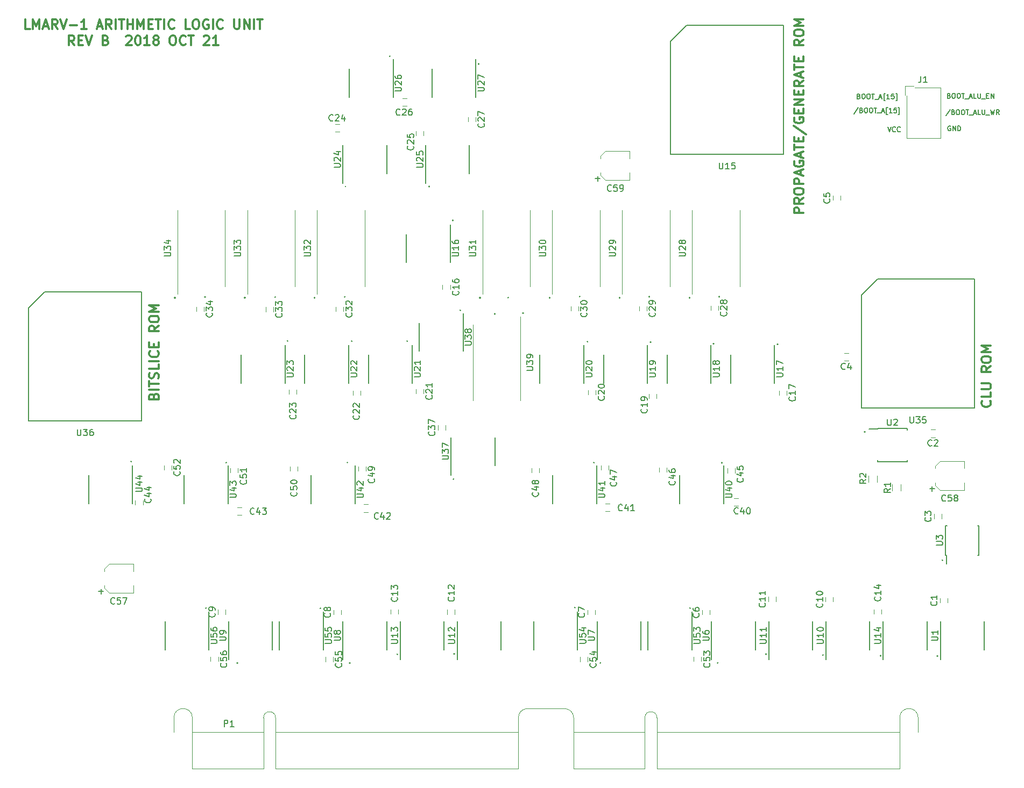
<source format=gbr>
G04 #@! TF.GenerationSoftware,KiCad,Pcbnew,(5.0.0)*
G04 #@! TF.CreationDate,2018-10-30T19:14:45-07:00*
G04 #@! TF.ProjectId,alu,616C752E6B696361645F706362000000,rev?*
G04 #@! TF.SameCoordinates,Original*
G04 #@! TF.FileFunction,Legend,Top*
G04 #@! TF.FilePolarity,Positive*
%FSLAX46Y46*%
G04 Gerber Fmt 4.6, Leading zero omitted, Abs format (unit mm)*
G04 Created by KiCad (PCBNEW (5.0.0)) date 10/30/18 19:14:45*
%MOMM*%
%LPD*%
G01*
G04 APERTURE LIST*
%ADD10C,0.300000*%
%ADD11C,0.190500*%
%ADD12C,0.200000*%
%ADD13C,0.150000*%
%ADD14C,0.120000*%
%ADD15C,0.100000*%
G04 APERTURE END LIST*
D10*
X189028571Y-63450000D02*
X187528571Y-63450000D01*
X187528571Y-62878571D01*
X187600000Y-62735714D01*
X187671428Y-62664285D01*
X187814285Y-62592857D01*
X188028571Y-62592857D01*
X188171428Y-62664285D01*
X188242857Y-62735714D01*
X188314285Y-62878571D01*
X188314285Y-63450000D01*
X189028571Y-61092857D02*
X188314285Y-61592857D01*
X189028571Y-61950000D02*
X187528571Y-61950000D01*
X187528571Y-61378571D01*
X187600000Y-61235714D01*
X187671428Y-61164285D01*
X187814285Y-61092857D01*
X188028571Y-61092857D01*
X188171428Y-61164285D01*
X188242857Y-61235714D01*
X188314285Y-61378571D01*
X188314285Y-61950000D01*
X187528571Y-60164285D02*
X187528571Y-59878571D01*
X187600000Y-59735714D01*
X187742857Y-59592857D01*
X188028571Y-59521428D01*
X188528571Y-59521428D01*
X188814285Y-59592857D01*
X188957142Y-59735714D01*
X189028571Y-59878571D01*
X189028571Y-60164285D01*
X188957142Y-60307142D01*
X188814285Y-60450000D01*
X188528571Y-60521428D01*
X188028571Y-60521428D01*
X187742857Y-60450000D01*
X187600000Y-60307142D01*
X187528571Y-60164285D01*
X189028571Y-58878571D02*
X187528571Y-58878571D01*
X187528571Y-58307142D01*
X187600000Y-58164285D01*
X187671428Y-58092857D01*
X187814285Y-58021428D01*
X188028571Y-58021428D01*
X188171428Y-58092857D01*
X188242857Y-58164285D01*
X188314285Y-58307142D01*
X188314285Y-58878571D01*
X188600000Y-57450000D02*
X188600000Y-56735714D01*
X189028571Y-57592857D02*
X187528571Y-57092857D01*
X189028571Y-56592857D01*
X187600000Y-55307142D02*
X187528571Y-55450000D01*
X187528571Y-55664285D01*
X187600000Y-55878571D01*
X187742857Y-56021428D01*
X187885714Y-56092857D01*
X188171428Y-56164285D01*
X188385714Y-56164285D01*
X188671428Y-56092857D01*
X188814285Y-56021428D01*
X188957142Y-55878571D01*
X189028571Y-55664285D01*
X189028571Y-55521428D01*
X188957142Y-55307142D01*
X188885714Y-55235714D01*
X188385714Y-55235714D01*
X188385714Y-55521428D01*
X188600000Y-54664285D02*
X188600000Y-53950000D01*
X189028571Y-54807142D02*
X187528571Y-54307142D01*
X189028571Y-53807142D01*
X187528571Y-53521428D02*
X187528571Y-52664285D01*
X189028571Y-53092857D02*
X187528571Y-53092857D01*
X188242857Y-52164285D02*
X188242857Y-51664285D01*
X189028571Y-51450000D02*
X189028571Y-52164285D01*
X187528571Y-52164285D01*
X187528571Y-51450000D01*
X187457142Y-49735714D02*
X189385714Y-51021428D01*
X187600000Y-48450000D02*
X187528571Y-48592857D01*
X187528571Y-48807142D01*
X187600000Y-49021428D01*
X187742857Y-49164285D01*
X187885714Y-49235714D01*
X188171428Y-49307142D01*
X188385714Y-49307142D01*
X188671428Y-49235714D01*
X188814285Y-49164285D01*
X188957142Y-49021428D01*
X189028571Y-48807142D01*
X189028571Y-48664285D01*
X188957142Y-48450000D01*
X188885714Y-48378571D01*
X188385714Y-48378571D01*
X188385714Y-48664285D01*
X188242857Y-47735714D02*
X188242857Y-47235714D01*
X189028571Y-47021428D02*
X189028571Y-47735714D01*
X187528571Y-47735714D01*
X187528571Y-47021428D01*
X189028571Y-46378571D02*
X187528571Y-46378571D01*
X189028571Y-45521428D01*
X187528571Y-45521428D01*
X188242857Y-44807142D02*
X188242857Y-44307142D01*
X189028571Y-44092857D02*
X189028571Y-44807142D01*
X187528571Y-44807142D01*
X187528571Y-44092857D01*
X189028571Y-42592857D02*
X188314285Y-43092857D01*
X189028571Y-43450000D02*
X187528571Y-43450000D01*
X187528571Y-42878571D01*
X187600000Y-42735714D01*
X187671428Y-42664285D01*
X187814285Y-42592857D01*
X188028571Y-42592857D01*
X188171428Y-42664285D01*
X188242857Y-42735714D01*
X188314285Y-42878571D01*
X188314285Y-43450000D01*
X188600000Y-42021428D02*
X188600000Y-41307142D01*
X189028571Y-42164285D02*
X187528571Y-41664285D01*
X189028571Y-41164285D01*
X187528571Y-40878571D02*
X187528571Y-40021428D01*
X189028571Y-40450000D02*
X187528571Y-40450000D01*
X188242857Y-39521428D02*
X188242857Y-39021428D01*
X189028571Y-38807142D02*
X189028571Y-39521428D01*
X187528571Y-39521428D01*
X187528571Y-38807142D01*
X189028571Y-36164285D02*
X188314285Y-36664285D01*
X189028571Y-37021428D02*
X187528571Y-37021428D01*
X187528571Y-36450000D01*
X187600000Y-36307142D01*
X187671428Y-36235714D01*
X187814285Y-36164285D01*
X188028571Y-36164285D01*
X188171428Y-36235714D01*
X188242857Y-36307142D01*
X188314285Y-36450000D01*
X188314285Y-37021428D01*
X187528571Y-35235714D02*
X187528571Y-34950000D01*
X187600000Y-34807142D01*
X187742857Y-34664285D01*
X188028571Y-34592857D01*
X188528571Y-34592857D01*
X188814285Y-34664285D01*
X188957142Y-34807142D01*
X189028571Y-34950000D01*
X189028571Y-35235714D01*
X188957142Y-35378571D01*
X188814285Y-35521428D01*
X188528571Y-35592857D01*
X188028571Y-35592857D01*
X187742857Y-35521428D01*
X187600000Y-35378571D01*
X187528571Y-35235714D01*
X189028571Y-33950000D02*
X187528571Y-33950000D01*
X188600000Y-33450000D01*
X187528571Y-32950000D01*
X189028571Y-32950000D01*
X218360714Y-93017857D02*
X218432142Y-93089285D01*
X218503571Y-93303571D01*
X218503571Y-93446428D01*
X218432142Y-93660714D01*
X218289285Y-93803571D01*
X218146428Y-93875000D01*
X217860714Y-93946428D01*
X217646428Y-93946428D01*
X217360714Y-93875000D01*
X217217857Y-93803571D01*
X217075000Y-93660714D01*
X217003571Y-93446428D01*
X217003571Y-93303571D01*
X217075000Y-93089285D01*
X217146428Y-93017857D01*
X218503571Y-91660714D02*
X218503571Y-92375000D01*
X217003571Y-92375000D01*
X217003571Y-91160714D02*
X218217857Y-91160714D01*
X218360714Y-91089285D01*
X218432142Y-91017857D01*
X218503571Y-90875000D01*
X218503571Y-90589285D01*
X218432142Y-90446428D01*
X218360714Y-90375000D01*
X218217857Y-90303571D01*
X217003571Y-90303571D01*
X218503571Y-87589285D02*
X217789285Y-88089285D01*
X218503571Y-88446428D02*
X217003571Y-88446428D01*
X217003571Y-87875000D01*
X217075000Y-87732142D01*
X217146428Y-87660714D01*
X217289285Y-87589285D01*
X217503571Y-87589285D01*
X217646428Y-87660714D01*
X217717857Y-87732142D01*
X217789285Y-87875000D01*
X217789285Y-88446428D01*
X217003571Y-86660714D02*
X217003571Y-86375000D01*
X217075000Y-86232142D01*
X217217857Y-86089285D01*
X217503571Y-86017857D01*
X218003571Y-86017857D01*
X218289285Y-86089285D01*
X218432142Y-86232142D01*
X218503571Y-86375000D01*
X218503571Y-86660714D01*
X218432142Y-86803571D01*
X218289285Y-86946428D01*
X218003571Y-87017857D01*
X217503571Y-87017857D01*
X217217857Y-86946428D01*
X217075000Y-86803571D01*
X217003571Y-86660714D01*
X218503571Y-85375000D02*
X217003571Y-85375000D01*
X218075000Y-84875000D01*
X217003571Y-84375000D01*
X218503571Y-84375000D01*
X86792857Y-92292857D02*
X86864285Y-92078571D01*
X86935714Y-92007142D01*
X87078571Y-91935714D01*
X87292857Y-91935714D01*
X87435714Y-92007142D01*
X87507142Y-92078571D01*
X87578571Y-92221428D01*
X87578571Y-92792857D01*
X86078571Y-92792857D01*
X86078571Y-92292857D01*
X86150000Y-92150000D01*
X86221428Y-92078571D01*
X86364285Y-92007142D01*
X86507142Y-92007142D01*
X86650000Y-92078571D01*
X86721428Y-92150000D01*
X86792857Y-92292857D01*
X86792857Y-92792857D01*
X87578571Y-91292857D02*
X86078571Y-91292857D01*
X86078571Y-90792857D02*
X86078571Y-89935714D01*
X87578571Y-90364285D02*
X86078571Y-90364285D01*
X87507142Y-89507142D02*
X87578571Y-89292857D01*
X87578571Y-88935714D01*
X87507142Y-88792857D01*
X87435714Y-88721428D01*
X87292857Y-88650000D01*
X87150000Y-88650000D01*
X87007142Y-88721428D01*
X86935714Y-88792857D01*
X86864285Y-88935714D01*
X86792857Y-89221428D01*
X86721428Y-89364285D01*
X86650000Y-89435714D01*
X86507142Y-89507142D01*
X86364285Y-89507142D01*
X86221428Y-89435714D01*
X86150000Y-89364285D01*
X86078571Y-89221428D01*
X86078571Y-88864285D01*
X86150000Y-88650000D01*
X87578571Y-87292857D02*
X87578571Y-88007142D01*
X86078571Y-88007142D01*
X87578571Y-86792857D02*
X86078571Y-86792857D01*
X87435714Y-85221428D02*
X87507142Y-85292857D01*
X87578571Y-85507142D01*
X87578571Y-85650000D01*
X87507142Y-85864285D01*
X87364285Y-86007142D01*
X87221428Y-86078571D01*
X86935714Y-86150000D01*
X86721428Y-86150000D01*
X86435714Y-86078571D01*
X86292857Y-86007142D01*
X86150000Y-85864285D01*
X86078571Y-85650000D01*
X86078571Y-85507142D01*
X86150000Y-85292857D01*
X86221428Y-85221428D01*
X86792857Y-84578571D02*
X86792857Y-84078571D01*
X87578571Y-83864285D02*
X87578571Y-84578571D01*
X86078571Y-84578571D01*
X86078571Y-83864285D01*
X87578571Y-81221428D02*
X86864285Y-81721428D01*
X87578571Y-82078571D02*
X86078571Y-82078571D01*
X86078571Y-81507142D01*
X86150000Y-81364285D01*
X86221428Y-81292857D01*
X86364285Y-81221428D01*
X86578571Y-81221428D01*
X86721428Y-81292857D01*
X86792857Y-81364285D01*
X86864285Y-81507142D01*
X86864285Y-82078571D01*
X86078571Y-80292857D02*
X86078571Y-80007142D01*
X86150000Y-79864285D01*
X86292857Y-79721428D01*
X86578571Y-79650000D01*
X87078571Y-79650000D01*
X87364285Y-79721428D01*
X87507142Y-79864285D01*
X87578571Y-80007142D01*
X87578571Y-80292857D01*
X87507142Y-80435714D01*
X87364285Y-80578571D01*
X87078571Y-80650000D01*
X86578571Y-80650000D01*
X86292857Y-80578571D01*
X86150000Y-80435714D01*
X86078571Y-80292857D01*
X87578571Y-79007142D02*
X86078571Y-79007142D01*
X87150000Y-78507142D01*
X86078571Y-78007142D01*
X87578571Y-78007142D01*
X67292857Y-34453571D02*
X66578571Y-34453571D01*
X66578571Y-32953571D01*
X67792857Y-34453571D02*
X67792857Y-32953571D01*
X68292857Y-34025000D01*
X68792857Y-32953571D01*
X68792857Y-34453571D01*
X69435714Y-34025000D02*
X70150000Y-34025000D01*
X69292857Y-34453571D02*
X69792857Y-32953571D01*
X70292857Y-34453571D01*
X71650000Y-34453571D02*
X71150000Y-33739285D01*
X70792857Y-34453571D02*
X70792857Y-32953571D01*
X71364285Y-32953571D01*
X71507142Y-33025000D01*
X71578571Y-33096428D01*
X71650000Y-33239285D01*
X71650000Y-33453571D01*
X71578571Y-33596428D01*
X71507142Y-33667857D01*
X71364285Y-33739285D01*
X70792857Y-33739285D01*
X72078571Y-32953571D02*
X72578571Y-34453571D01*
X73078571Y-32953571D01*
X73578571Y-33882142D02*
X74721428Y-33882142D01*
X76221428Y-34453571D02*
X75364285Y-34453571D01*
X75792857Y-34453571D02*
X75792857Y-32953571D01*
X75650000Y-33167857D01*
X75507142Y-33310714D01*
X75364285Y-33382142D01*
X77935714Y-34025000D02*
X78650000Y-34025000D01*
X77792857Y-34453571D02*
X78292857Y-32953571D01*
X78792857Y-34453571D01*
X80150000Y-34453571D02*
X79650000Y-33739285D01*
X79292857Y-34453571D02*
X79292857Y-32953571D01*
X79864285Y-32953571D01*
X80007142Y-33025000D01*
X80078571Y-33096428D01*
X80150000Y-33239285D01*
X80150000Y-33453571D01*
X80078571Y-33596428D01*
X80007142Y-33667857D01*
X79864285Y-33739285D01*
X79292857Y-33739285D01*
X80792857Y-34453571D02*
X80792857Y-32953571D01*
X81292857Y-32953571D02*
X82150000Y-32953571D01*
X81721428Y-34453571D02*
X81721428Y-32953571D01*
X82650000Y-34453571D02*
X82650000Y-32953571D01*
X82650000Y-33667857D02*
X83507142Y-33667857D01*
X83507142Y-34453571D02*
X83507142Y-32953571D01*
X84221428Y-34453571D02*
X84221428Y-32953571D01*
X84721428Y-34025000D01*
X85221428Y-32953571D01*
X85221428Y-34453571D01*
X85935714Y-33667857D02*
X86435714Y-33667857D01*
X86650000Y-34453571D02*
X85935714Y-34453571D01*
X85935714Y-32953571D01*
X86650000Y-32953571D01*
X87078571Y-32953571D02*
X87935714Y-32953571D01*
X87507142Y-34453571D02*
X87507142Y-32953571D01*
X88435714Y-34453571D02*
X88435714Y-32953571D01*
X90007142Y-34310714D02*
X89935714Y-34382142D01*
X89721428Y-34453571D01*
X89578571Y-34453571D01*
X89364285Y-34382142D01*
X89221428Y-34239285D01*
X89150000Y-34096428D01*
X89078571Y-33810714D01*
X89078571Y-33596428D01*
X89150000Y-33310714D01*
X89221428Y-33167857D01*
X89364285Y-33025000D01*
X89578571Y-32953571D01*
X89721428Y-32953571D01*
X89935714Y-33025000D01*
X90007142Y-33096428D01*
X92507142Y-34453571D02*
X91792857Y-34453571D01*
X91792857Y-32953571D01*
X93292857Y-32953571D02*
X93578571Y-32953571D01*
X93721428Y-33025000D01*
X93864285Y-33167857D01*
X93935714Y-33453571D01*
X93935714Y-33953571D01*
X93864285Y-34239285D01*
X93721428Y-34382142D01*
X93578571Y-34453571D01*
X93292857Y-34453571D01*
X93149999Y-34382142D01*
X93007142Y-34239285D01*
X92935714Y-33953571D01*
X92935714Y-33453571D01*
X93007142Y-33167857D01*
X93149999Y-33025000D01*
X93292857Y-32953571D01*
X95364285Y-33025000D02*
X95221428Y-32953571D01*
X95007142Y-32953571D01*
X94792857Y-33025000D01*
X94649999Y-33167857D01*
X94578571Y-33310714D01*
X94507142Y-33596428D01*
X94507142Y-33810714D01*
X94578571Y-34096428D01*
X94649999Y-34239285D01*
X94792857Y-34382142D01*
X95007142Y-34453571D01*
X95149999Y-34453571D01*
X95364285Y-34382142D01*
X95435714Y-34310714D01*
X95435714Y-33810714D01*
X95149999Y-33810714D01*
X96078571Y-34453571D02*
X96078571Y-32953571D01*
X97649999Y-34310714D02*
X97578571Y-34382142D01*
X97364285Y-34453571D01*
X97221428Y-34453571D01*
X97007142Y-34382142D01*
X96864285Y-34239285D01*
X96792857Y-34096428D01*
X96721428Y-33810714D01*
X96721428Y-33596428D01*
X96792857Y-33310714D01*
X96864285Y-33167857D01*
X97007142Y-33025000D01*
X97221428Y-32953571D01*
X97364285Y-32953571D01*
X97578571Y-33025000D01*
X97649999Y-33096428D01*
X99435714Y-32953571D02*
X99435714Y-34167857D01*
X99507142Y-34310714D01*
X99578571Y-34382142D01*
X99721428Y-34453571D01*
X100007142Y-34453571D01*
X100149999Y-34382142D01*
X100221428Y-34310714D01*
X100292857Y-34167857D01*
X100292857Y-32953571D01*
X101007142Y-34453571D02*
X101007142Y-32953571D01*
X101864285Y-34453571D01*
X101864285Y-32953571D01*
X102578571Y-34453571D02*
X102578571Y-32953571D01*
X103078571Y-32953571D02*
X103935714Y-32953571D01*
X103507142Y-34453571D02*
X103507142Y-32953571D01*
X74292857Y-37003571D02*
X73792857Y-36289285D01*
X73435714Y-37003571D02*
X73435714Y-35503571D01*
X74007142Y-35503571D01*
X74150000Y-35575000D01*
X74221428Y-35646428D01*
X74292857Y-35789285D01*
X74292857Y-36003571D01*
X74221428Y-36146428D01*
X74150000Y-36217857D01*
X74007142Y-36289285D01*
X73435714Y-36289285D01*
X74935714Y-36217857D02*
X75435714Y-36217857D01*
X75650000Y-37003571D02*
X74935714Y-37003571D01*
X74935714Y-35503571D01*
X75650000Y-35503571D01*
X76078571Y-35503571D02*
X76578571Y-37003571D01*
X77078571Y-35503571D01*
X79221428Y-36217857D02*
X79435714Y-36289285D01*
X79507142Y-36360714D01*
X79578571Y-36503571D01*
X79578571Y-36717857D01*
X79507142Y-36860714D01*
X79435714Y-36932142D01*
X79292857Y-37003571D01*
X78721428Y-37003571D01*
X78721428Y-35503571D01*
X79221428Y-35503571D01*
X79364285Y-35575000D01*
X79435714Y-35646428D01*
X79507142Y-35789285D01*
X79507142Y-35932142D01*
X79435714Y-36075000D01*
X79364285Y-36146428D01*
X79221428Y-36217857D01*
X78721428Y-36217857D01*
X82435714Y-35646428D02*
X82507142Y-35575000D01*
X82650000Y-35503571D01*
X83007142Y-35503571D01*
X83150000Y-35575000D01*
X83221428Y-35646428D01*
X83292857Y-35789285D01*
X83292857Y-35932142D01*
X83221428Y-36146428D01*
X82364285Y-37003571D01*
X83292857Y-37003571D01*
X84221428Y-35503571D02*
X84364285Y-35503571D01*
X84507142Y-35575000D01*
X84578571Y-35646428D01*
X84650000Y-35789285D01*
X84721428Y-36075000D01*
X84721428Y-36432142D01*
X84650000Y-36717857D01*
X84578571Y-36860714D01*
X84507142Y-36932142D01*
X84364285Y-37003571D01*
X84221428Y-37003571D01*
X84078571Y-36932142D01*
X84007142Y-36860714D01*
X83935714Y-36717857D01*
X83864285Y-36432142D01*
X83864285Y-36075000D01*
X83935714Y-35789285D01*
X84007142Y-35646428D01*
X84078571Y-35575000D01*
X84221428Y-35503571D01*
X86150000Y-37003571D02*
X85292857Y-37003571D01*
X85721428Y-37003571D02*
X85721428Y-35503571D01*
X85578571Y-35717857D01*
X85435714Y-35860714D01*
X85292857Y-35932142D01*
X87007142Y-36146428D02*
X86864285Y-36075000D01*
X86792857Y-36003571D01*
X86721428Y-35860714D01*
X86721428Y-35789285D01*
X86792857Y-35646428D01*
X86864285Y-35575000D01*
X87007142Y-35503571D01*
X87292857Y-35503571D01*
X87435714Y-35575000D01*
X87507142Y-35646428D01*
X87578571Y-35789285D01*
X87578571Y-35860714D01*
X87507142Y-36003571D01*
X87435714Y-36075000D01*
X87292857Y-36146428D01*
X87007142Y-36146428D01*
X86864285Y-36217857D01*
X86792857Y-36289285D01*
X86721428Y-36432142D01*
X86721428Y-36717857D01*
X86792857Y-36860714D01*
X86864285Y-36932142D01*
X87007142Y-37003571D01*
X87292857Y-37003571D01*
X87435714Y-36932142D01*
X87507142Y-36860714D01*
X87578571Y-36717857D01*
X87578571Y-36432142D01*
X87507142Y-36289285D01*
X87435714Y-36217857D01*
X87292857Y-36146428D01*
X89650000Y-35503571D02*
X89935714Y-35503571D01*
X90078571Y-35575000D01*
X90221428Y-35717857D01*
X90292857Y-36003571D01*
X90292857Y-36503571D01*
X90221428Y-36789285D01*
X90078571Y-36932142D01*
X89935714Y-37003571D01*
X89650000Y-37003571D01*
X89507142Y-36932142D01*
X89364285Y-36789285D01*
X89292857Y-36503571D01*
X89292857Y-36003571D01*
X89364285Y-35717857D01*
X89507142Y-35575000D01*
X89650000Y-35503571D01*
X91792857Y-36860714D02*
X91721428Y-36932142D01*
X91507142Y-37003571D01*
X91364285Y-37003571D01*
X91150000Y-36932142D01*
X91007142Y-36789285D01*
X90935714Y-36646428D01*
X90864285Y-36360714D01*
X90864285Y-36146428D01*
X90935714Y-35860714D01*
X91007142Y-35717857D01*
X91150000Y-35575000D01*
X91364285Y-35503571D01*
X91507142Y-35503571D01*
X91721428Y-35575000D01*
X91792857Y-35646428D01*
X92221428Y-35503571D02*
X93078571Y-35503571D01*
X92650000Y-37003571D02*
X92650000Y-35503571D01*
X94650000Y-35646428D02*
X94721428Y-35575000D01*
X94864285Y-35503571D01*
X95221428Y-35503571D01*
X95364285Y-35575000D01*
X95435714Y-35646428D01*
X95507142Y-35789285D01*
X95507142Y-35932142D01*
X95435714Y-36146428D01*
X94578571Y-37003571D01*
X95507142Y-37003571D01*
X96935714Y-37003571D02*
X96078571Y-37003571D01*
X96507142Y-37003571D02*
X96507142Y-35503571D01*
X96364285Y-35717857D01*
X96221428Y-35860714D01*
X96078571Y-35932142D01*
D11*
X202284000Y-49882714D02*
X202538000Y-50644714D01*
X202792000Y-49882714D01*
X203481428Y-50572142D02*
X203445142Y-50608428D01*
X203336285Y-50644714D01*
X203263714Y-50644714D01*
X203154857Y-50608428D01*
X203082285Y-50535857D01*
X203046000Y-50463285D01*
X203009714Y-50318142D01*
X203009714Y-50209285D01*
X203046000Y-50064142D01*
X203082285Y-49991571D01*
X203154857Y-49919000D01*
X203263714Y-49882714D01*
X203336285Y-49882714D01*
X203445142Y-49919000D01*
X203481428Y-49955285D01*
X204243428Y-50572142D02*
X204207142Y-50608428D01*
X204098285Y-50644714D01*
X204025714Y-50644714D01*
X203916857Y-50608428D01*
X203844285Y-50535857D01*
X203808000Y-50463285D01*
X203771714Y-50318142D01*
X203771714Y-50209285D01*
X203808000Y-50064142D01*
X203844285Y-49991571D01*
X203916857Y-49919000D01*
X204025714Y-49882714D01*
X204098285Y-49882714D01*
X204207142Y-49919000D01*
X204243428Y-49955285D01*
X212144428Y-49769000D02*
X212071857Y-49732714D01*
X211963000Y-49732714D01*
X211854142Y-49769000D01*
X211781571Y-49841571D01*
X211745285Y-49914142D01*
X211709000Y-50059285D01*
X211709000Y-50168142D01*
X211745285Y-50313285D01*
X211781571Y-50385857D01*
X211854142Y-50458428D01*
X211963000Y-50494714D01*
X212035571Y-50494714D01*
X212144428Y-50458428D01*
X212180714Y-50422142D01*
X212180714Y-50168142D01*
X212035571Y-50168142D01*
X212507285Y-50494714D02*
X212507285Y-49732714D01*
X212942714Y-50494714D01*
X212942714Y-49732714D01*
X213305571Y-50494714D02*
X213305571Y-49732714D01*
X213487000Y-49732714D01*
X213595857Y-49769000D01*
X213668428Y-49841571D01*
X213704714Y-49914142D01*
X213741000Y-50059285D01*
X213741000Y-50168142D01*
X213704714Y-50313285D01*
X213668428Y-50385857D01*
X213595857Y-50458428D01*
X213487000Y-50494714D01*
X213305571Y-50494714D01*
X197606428Y-46846428D02*
X196953285Y-47826142D01*
X198114428Y-47245571D02*
X198223285Y-47281857D01*
X198259571Y-47318142D01*
X198295857Y-47390714D01*
X198295857Y-47499571D01*
X198259571Y-47572142D01*
X198223285Y-47608428D01*
X198150714Y-47644714D01*
X197860428Y-47644714D01*
X197860428Y-46882714D01*
X198114428Y-46882714D01*
X198187000Y-46919000D01*
X198223285Y-46955285D01*
X198259571Y-47027857D01*
X198259571Y-47100428D01*
X198223285Y-47173000D01*
X198187000Y-47209285D01*
X198114428Y-47245571D01*
X197860428Y-47245571D01*
X198767571Y-46882714D02*
X198912714Y-46882714D01*
X198985285Y-46919000D01*
X199057857Y-46991571D01*
X199094142Y-47136714D01*
X199094142Y-47390714D01*
X199057857Y-47535857D01*
X198985285Y-47608428D01*
X198912714Y-47644714D01*
X198767571Y-47644714D01*
X198695000Y-47608428D01*
X198622428Y-47535857D01*
X198586142Y-47390714D01*
X198586142Y-47136714D01*
X198622428Y-46991571D01*
X198695000Y-46919000D01*
X198767571Y-46882714D01*
X199565857Y-46882714D02*
X199711000Y-46882714D01*
X199783571Y-46919000D01*
X199856142Y-46991571D01*
X199892428Y-47136714D01*
X199892428Y-47390714D01*
X199856142Y-47535857D01*
X199783571Y-47608428D01*
X199711000Y-47644714D01*
X199565857Y-47644714D01*
X199493285Y-47608428D01*
X199420714Y-47535857D01*
X199384428Y-47390714D01*
X199384428Y-47136714D01*
X199420714Y-46991571D01*
X199493285Y-46919000D01*
X199565857Y-46882714D01*
X200110142Y-46882714D02*
X200545571Y-46882714D01*
X200327857Y-47644714D02*
X200327857Y-46882714D01*
X200618142Y-47717285D02*
X201198714Y-47717285D01*
X201343857Y-47427000D02*
X201706714Y-47427000D01*
X201271285Y-47644714D02*
X201525285Y-46882714D01*
X201779285Y-47644714D01*
X202251000Y-47898714D02*
X202069571Y-47898714D01*
X202069571Y-46810142D01*
X202251000Y-46810142D01*
X202940428Y-47644714D02*
X202505000Y-47644714D01*
X202722714Y-47644714D02*
X202722714Y-46882714D01*
X202650142Y-46991571D01*
X202577571Y-47064142D01*
X202505000Y-47100428D01*
X203629857Y-46882714D02*
X203267000Y-46882714D01*
X203230714Y-47245571D01*
X203267000Y-47209285D01*
X203339571Y-47173000D01*
X203521000Y-47173000D01*
X203593571Y-47209285D01*
X203629857Y-47245571D01*
X203666142Y-47318142D01*
X203666142Y-47499571D01*
X203629857Y-47572142D01*
X203593571Y-47608428D01*
X203521000Y-47644714D01*
X203339571Y-47644714D01*
X203267000Y-47608428D01*
X203230714Y-47572142D01*
X203920142Y-47898714D02*
X204101571Y-47898714D01*
X204101571Y-46810142D01*
X203920142Y-46810142D01*
X197715285Y-45045571D02*
X197824142Y-45081857D01*
X197860428Y-45118142D01*
X197896714Y-45190714D01*
X197896714Y-45299571D01*
X197860428Y-45372142D01*
X197824142Y-45408428D01*
X197751571Y-45444714D01*
X197461285Y-45444714D01*
X197461285Y-44682714D01*
X197715285Y-44682714D01*
X197787857Y-44719000D01*
X197824142Y-44755285D01*
X197860428Y-44827857D01*
X197860428Y-44900428D01*
X197824142Y-44973000D01*
X197787857Y-45009285D01*
X197715285Y-45045571D01*
X197461285Y-45045571D01*
X198368428Y-44682714D02*
X198513571Y-44682714D01*
X198586142Y-44719000D01*
X198658714Y-44791571D01*
X198695000Y-44936714D01*
X198695000Y-45190714D01*
X198658714Y-45335857D01*
X198586142Y-45408428D01*
X198513571Y-45444714D01*
X198368428Y-45444714D01*
X198295857Y-45408428D01*
X198223285Y-45335857D01*
X198187000Y-45190714D01*
X198187000Y-44936714D01*
X198223285Y-44791571D01*
X198295857Y-44719000D01*
X198368428Y-44682714D01*
X199166714Y-44682714D02*
X199311857Y-44682714D01*
X199384428Y-44719000D01*
X199457000Y-44791571D01*
X199493285Y-44936714D01*
X199493285Y-45190714D01*
X199457000Y-45335857D01*
X199384428Y-45408428D01*
X199311857Y-45444714D01*
X199166714Y-45444714D01*
X199094142Y-45408428D01*
X199021571Y-45335857D01*
X198985285Y-45190714D01*
X198985285Y-44936714D01*
X199021571Y-44791571D01*
X199094142Y-44719000D01*
X199166714Y-44682714D01*
X199711000Y-44682714D02*
X200146428Y-44682714D01*
X199928714Y-45444714D02*
X199928714Y-44682714D01*
X200219000Y-45517285D02*
X200799571Y-45517285D01*
X200944714Y-45227000D02*
X201307571Y-45227000D01*
X200872142Y-45444714D02*
X201126142Y-44682714D01*
X201380142Y-45444714D01*
X201851857Y-45698714D02*
X201670428Y-45698714D01*
X201670428Y-44610142D01*
X201851857Y-44610142D01*
X202541285Y-45444714D02*
X202105857Y-45444714D01*
X202323571Y-45444714D02*
X202323571Y-44682714D01*
X202251000Y-44791571D01*
X202178428Y-44864142D01*
X202105857Y-44900428D01*
X203230714Y-44682714D02*
X202867857Y-44682714D01*
X202831571Y-45045571D01*
X202867857Y-45009285D01*
X202940428Y-44973000D01*
X203121857Y-44973000D01*
X203194428Y-45009285D01*
X203230714Y-45045571D01*
X203267000Y-45118142D01*
X203267000Y-45299571D01*
X203230714Y-45372142D01*
X203194428Y-45408428D01*
X203121857Y-45444714D01*
X202940428Y-45444714D01*
X202867857Y-45408428D01*
X202831571Y-45372142D01*
X203521000Y-45698714D02*
X203702428Y-45698714D01*
X203702428Y-44610142D01*
X203521000Y-44610142D01*
X212075857Y-47146428D02*
X211422714Y-48126142D01*
X212583857Y-47545571D02*
X212692714Y-47581857D01*
X212729000Y-47618142D01*
X212765285Y-47690714D01*
X212765285Y-47799571D01*
X212729000Y-47872142D01*
X212692714Y-47908428D01*
X212620142Y-47944714D01*
X212329857Y-47944714D01*
X212329857Y-47182714D01*
X212583857Y-47182714D01*
X212656428Y-47219000D01*
X212692714Y-47255285D01*
X212729000Y-47327857D01*
X212729000Y-47400428D01*
X212692714Y-47473000D01*
X212656428Y-47509285D01*
X212583857Y-47545571D01*
X212329857Y-47545571D01*
X213237000Y-47182714D02*
X213382142Y-47182714D01*
X213454714Y-47219000D01*
X213527285Y-47291571D01*
X213563571Y-47436714D01*
X213563571Y-47690714D01*
X213527285Y-47835857D01*
X213454714Y-47908428D01*
X213382142Y-47944714D01*
X213237000Y-47944714D01*
X213164428Y-47908428D01*
X213091857Y-47835857D01*
X213055571Y-47690714D01*
X213055571Y-47436714D01*
X213091857Y-47291571D01*
X213164428Y-47219000D01*
X213237000Y-47182714D01*
X214035285Y-47182714D02*
X214180428Y-47182714D01*
X214253000Y-47219000D01*
X214325571Y-47291571D01*
X214361857Y-47436714D01*
X214361857Y-47690714D01*
X214325571Y-47835857D01*
X214253000Y-47908428D01*
X214180428Y-47944714D01*
X214035285Y-47944714D01*
X213962714Y-47908428D01*
X213890142Y-47835857D01*
X213853857Y-47690714D01*
X213853857Y-47436714D01*
X213890142Y-47291571D01*
X213962714Y-47219000D01*
X214035285Y-47182714D01*
X214579571Y-47182714D02*
X215015000Y-47182714D01*
X214797285Y-47944714D02*
X214797285Y-47182714D01*
X215087571Y-48017285D02*
X215668142Y-48017285D01*
X215813285Y-47727000D02*
X216176142Y-47727000D01*
X215740714Y-47944714D02*
X215994714Y-47182714D01*
X216248714Y-47944714D01*
X216865571Y-47944714D02*
X216502714Y-47944714D01*
X216502714Y-47182714D01*
X217119571Y-47182714D02*
X217119571Y-47799571D01*
X217155857Y-47872142D01*
X217192142Y-47908428D01*
X217264714Y-47944714D01*
X217409857Y-47944714D01*
X217482428Y-47908428D01*
X217518714Y-47872142D01*
X217555000Y-47799571D01*
X217555000Y-47182714D01*
X217736428Y-48017285D02*
X218317000Y-48017285D01*
X218425857Y-47182714D02*
X218607285Y-47944714D01*
X218752428Y-47400428D01*
X218897571Y-47944714D01*
X219079000Y-47182714D01*
X219804714Y-47944714D02*
X219550714Y-47581857D01*
X219369285Y-47944714D02*
X219369285Y-47182714D01*
X219659571Y-47182714D01*
X219732142Y-47219000D01*
X219768428Y-47255285D01*
X219804714Y-47327857D01*
X219804714Y-47436714D01*
X219768428Y-47509285D01*
X219732142Y-47545571D01*
X219659571Y-47581857D01*
X219369285Y-47581857D01*
X211907285Y-44970571D02*
X212016142Y-45006857D01*
X212052428Y-45043142D01*
X212088714Y-45115714D01*
X212088714Y-45224571D01*
X212052428Y-45297142D01*
X212016142Y-45333428D01*
X211943571Y-45369714D01*
X211653285Y-45369714D01*
X211653285Y-44607714D01*
X211907285Y-44607714D01*
X211979857Y-44644000D01*
X212016142Y-44680285D01*
X212052428Y-44752857D01*
X212052428Y-44825428D01*
X212016142Y-44898000D01*
X211979857Y-44934285D01*
X211907285Y-44970571D01*
X211653285Y-44970571D01*
X212560428Y-44607714D02*
X212705571Y-44607714D01*
X212778142Y-44644000D01*
X212850714Y-44716571D01*
X212887000Y-44861714D01*
X212887000Y-45115714D01*
X212850714Y-45260857D01*
X212778142Y-45333428D01*
X212705571Y-45369714D01*
X212560428Y-45369714D01*
X212487857Y-45333428D01*
X212415285Y-45260857D01*
X212379000Y-45115714D01*
X212379000Y-44861714D01*
X212415285Y-44716571D01*
X212487857Y-44644000D01*
X212560428Y-44607714D01*
X213358714Y-44607714D02*
X213503857Y-44607714D01*
X213576428Y-44644000D01*
X213649000Y-44716571D01*
X213685285Y-44861714D01*
X213685285Y-45115714D01*
X213649000Y-45260857D01*
X213576428Y-45333428D01*
X213503857Y-45369714D01*
X213358714Y-45369714D01*
X213286142Y-45333428D01*
X213213571Y-45260857D01*
X213177285Y-45115714D01*
X213177285Y-44861714D01*
X213213571Y-44716571D01*
X213286142Y-44644000D01*
X213358714Y-44607714D01*
X213903000Y-44607714D02*
X214338428Y-44607714D01*
X214120714Y-45369714D02*
X214120714Y-44607714D01*
X214411000Y-45442285D02*
X214991571Y-45442285D01*
X215136714Y-45152000D02*
X215499571Y-45152000D01*
X215064142Y-45369714D02*
X215318142Y-44607714D01*
X215572142Y-45369714D01*
X216189000Y-45369714D02*
X215826142Y-45369714D01*
X215826142Y-44607714D01*
X216443000Y-44607714D02*
X216443000Y-45224571D01*
X216479285Y-45297142D01*
X216515571Y-45333428D01*
X216588142Y-45369714D01*
X216733285Y-45369714D01*
X216805857Y-45333428D01*
X216842142Y-45297142D01*
X216878428Y-45224571D01*
X216878428Y-44607714D01*
X217059857Y-45442285D02*
X217640428Y-45442285D01*
X217821857Y-44970571D02*
X218075857Y-44970571D01*
X218184714Y-45369714D02*
X217821857Y-45369714D01*
X217821857Y-44607714D01*
X218184714Y-44607714D01*
X218511285Y-45369714D02*
X218511285Y-44607714D01*
X218946714Y-45369714D01*
X218946714Y-44607714D01*
D12*
X137950000Y-39975000D02*
G75*
G03X137950000Y-39975000I-75000J0D01*
G01*
X124000000Y-38750000D02*
G75*
G03X124000000Y-38750000I-75000J0D01*
G01*
X117025000Y-59275000D02*
G75*
G03X117025000Y-59275000I-75000J0D01*
G01*
X130175000Y-59275000D02*
G75*
G03X130175000Y-59275000I-75000J0D01*
G01*
X175825000Y-76625000D02*
G75*
G03X175825000Y-76625000I-75000J0D01*
G01*
X164825000Y-76650000D02*
G75*
G03X164825000Y-76650000I-75000J0D01*
G01*
X153875000Y-76600000D02*
G75*
G03X153875000Y-76600000I-75000J0D01*
G01*
X142625000Y-76775000D02*
G75*
G03X142625000Y-76775000I-75000J0D01*
G01*
X133925000Y-64625000D02*
G75*
G03X133925000Y-64625000I-75000J0D01*
G01*
X116925000Y-76650000D02*
G75*
G03X116925000Y-76650000I-75000J0D01*
G01*
X105950000Y-76700000D02*
G75*
G03X105950000Y-76700000I-75000J0D01*
G01*
X94925000Y-76675000D02*
G75*
G03X94925000Y-76675000I-75000J0D01*
G01*
X107900000Y-83600000D02*
G75*
G03X107900000Y-83600000I-75000J0D01*
G01*
X118000000Y-83625000D02*
G75*
G03X118000000Y-83625000I-75000J0D01*
G01*
X126725000Y-83625000D02*
G75*
G03X126725000Y-83625000I-75000J0D01*
G01*
X135075000Y-78775000D02*
G75*
G03X135075000Y-78775000I-75000J0D01*
G01*
X140525000Y-79350000D02*
G75*
G03X140525000Y-79350000I-75000J0D01*
G01*
X155100000Y-83725000D02*
G75*
G03X155100000Y-83725000I-75000J0D01*
G01*
X165025000Y-83800000D02*
G75*
G03X165025000Y-83800000I-75000J0D01*
G01*
X174925000Y-84025000D02*
G75*
G03X174925000Y-84025000I-75000J0D01*
G01*
X185025000Y-84125000D02*
G75*
G03X185025000Y-84125000I-75000J0D01*
G01*
X210950000Y-118150000D02*
G75*
G03X210950000Y-118150000I-75000J0D01*
G01*
X198725000Y-97925000D02*
G75*
G03X198725000Y-97925000I-75000J0D01*
G01*
X176250000Y-102800000D02*
G75*
G03X176250000Y-102800000I-75000J0D01*
G01*
X156125000Y-102775000D02*
G75*
G03X156125000Y-102775000I-75000J0D01*
G01*
X134025000Y-105350000D02*
G75*
G03X134025000Y-105350000I-75000J0D01*
G01*
X117325000Y-102750000D02*
G75*
G03X117325000Y-102750000I-75000J0D01*
G01*
X98250000Y-102775000D02*
G75*
G03X98250000Y-102775000I-75000J0D01*
G01*
X83300000Y-102600000D02*
G75*
G03X83300000Y-102600000I-75000J0D01*
G01*
X95075000Y-125675000D02*
G75*
G03X95075000Y-125675000I-75000J0D01*
G01*
X100025000Y-134325000D02*
G75*
G03X100025000Y-134325000I-75000J0D01*
G01*
X113075000Y-125700000D02*
G75*
G03X113075000Y-125700000I-75000J0D01*
G01*
X117700000Y-134325000D02*
G75*
G03X117700000Y-134325000I-75000J0D01*
G01*
X125175000Y-132950000D02*
G75*
G03X125175000Y-132950000I-75000J0D01*
G01*
X134125000Y-132925000D02*
G75*
G03X134125000Y-132925000I-75000J0D01*
G01*
X153100000Y-125575000D02*
G75*
G03X153100000Y-125575000I-75000J0D01*
G01*
X157150000Y-134300000D02*
G75*
G03X157150000Y-134300000I-75000J0D01*
G01*
X171225000Y-125675000D02*
G75*
G03X171225000Y-125675000I-75000J0D01*
G01*
X175600000Y-134300000D02*
G75*
G03X175600000Y-134300000I-75000J0D01*
G01*
X183175000Y-132925000D02*
G75*
G03X183175000Y-132925000I-75000J0D01*
G01*
X192150000Y-133075000D02*
G75*
G03X192150000Y-133075000I-75000J0D01*
G01*
X201225000Y-133175000D02*
G75*
G03X201225000Y-133175000I-75000J0D01*
G01*
X210175000Y-133225000D02*
G75*
G03X210175000Y-133225000I-75000J0D01*
G01*
D13*
G04 #@! TO.C,U35*
X215890000Y-73840000D02*
X200650000Y-73840000D01*
X200650000Y-73840000D02*
X198110000Y-76380000D01*
X198110000Y-94160000D02*
X215890000Y-94160000D01*
X215890000Y-73840000D02*
X215890000Y-94160000D01*
X198110000Y-76380000D02*
X198110000Y-94160000D01*
G04 #@! TO.C,U38*
X128550000Y-80775000D02*
X128550000Y-85225000D01*
X135450000Y-79250000D02*
X135450000Y-85225000D01*
D14*
G04 #@! TO.C,C1*
X211675000Y-124125000D02*
X211675000Y-124825000D01*
X210475000Y-124825000D02*
X210475000Y-124125000D01*
G04 #@! TO.C,C2*
X209050000Y-97575000D02*
X209750000Y-97575000D01*
X209750000Y-98775000D02*
X209050000Y-98775000D01*
G04 #@! TO.C,C3*
X210750000Y-110875000D02*
X210750000Y-111575000D01*
X209550000Y-111575000D02*
X209550000Y-110875000D01*
G04 #@! TO.C,C4*
X195450000Y-85525000D02*
X196150000Y-85525000D01*
X196150000Y-86725000D02*
X195450000Y-86725000D01*
G04 #@! TO.C,C5*
X194825000Y-60725000D02*
X194825000Y-61425000D01*
X193625000Y-61425000D02*
X193625000Y-60725000D01*
G04 #@! TO.C,C6*
X173050000Y-126700000D02*
X173050000Y-126000000D01*
X174250000Y-126000000D02*
X174250000Y-126700000D01*
G04 #@! TO.C,C7*
X156225000Y-125975000D02*
X156225000Y-126675000D01*
X155025000Y-126675000D02*
X155025000Y-125975000D01*
G04 #@! TO.C,C8*
X116250000Y-125975000D02*
X116250000Y-126675000D01*
X115050000Y-126675000D02*
X115050000Y-125975000D01*
G04 #@! TO.C,C9*
X98100000Y-125950000D02*
X98100000Y-126650000D01*
X96900000Y-126650000D02*
X96900000Y-125950000D01*
G04 #@! TO.C,C10*
X192475000Y-124650000D02*
X192475000Y-123950000D01*
X193675000Y-123950000D02*
X193675000Y-124650000D01*
G04 #@! TO.C,C11*
X183475000Y-124600000D02*
X183475000Y-123900000D01*
X184675000Y-123900000D02*
X184675000Y-124600000D01*
G04 #@! TO.C,C12*
X134175000Y-125950000D02*
X134175000Y-126650000D01*
X132975000Y-126650000D02*
X132975000Y-125950000D01*
G04 #@! TO.C,C13*
X124025000Y-126625000D02*
X124025000Y-125925000D01*
X125225000Y-125925000D02*
X125225000Y-126625000D01*
G04 #@! TO.C,C14*
X201300000Y-125875000D02*
X201300000Y-126575000D01*
X200100000Y-126575000D02*
X200100000Y-125875000D01*
G04 #@! TO.C,C16*
X132225000Y-75450000D02*
X132225000Y-74750000D01*
X133425000Y-74750000D02*
X133425000Y-75450000D01*
G04 #@! TO.C,C17*
X185200000Y-92125000D02*
X185200000Y-91425000D01*
X186400000Y-91425000D02*
X186400000Y-92125000D01*
G04 #@! TO.C,C19*
X165925000Y-91925000D02*
X165925000Y-92625000D01*
X164725000Y-92625000D02*
X164725000Y-91925000D01*
G04 #@! TO.C,C20*
X156350000Y-91325000D02*
X156350000Y-92025000D01*
X155150000Y-92025000D02*
X155150000Y-91325000D01*
G04 #@! TO.C,C21*
X128050000Y-91875000D02*
X128050000Y-91175000D01*
X129250000Y-91175000D02*
X129250000Y-91875000D01*
G04 #@! TO.C,C22*
X119350000Y-91425000D02*
X119350000Y-92125000D01*
X118150000Y-92125000D02*
X118150000Y-91425000D01*
G04 #@! TO.C,C23*
X109250000Y-91275000D02*
X109250000Y-91975000D01*
X108050000Y-91975000D02*
X108050000Y-91275000D01*
G04 #@! TO.C,C24*
X115325000Y-49425000D02*
X116025000Y-49425000D01*
X116025000Y-50625000D02*
X115325000Y-50625000D01*
G04 #@! TO.C,C25*
X129225000Y-50550000D02*
X129225000Y-51250000D01*
X128025000Y-51250000D02*
X128025000Y-50550000D01*
G04 #@! TO.C,C26*
X126625000Y-46600000D02*
X125925000Y-46600000D01*
X125925000Y-45400000D02*
X126625000Y-45400000D01*
G04 #@! TO.C,C27*
X136250000Y-49050000D02*
X136250000Y-48350000D01*
X137450000Y-48350000D02*
X137450000Y-49050000D01*
G04 #@! TO.C,C28*
X175600000Y-78050000D02*
X175600000Y-78750000D01*
X174400000Y-78750000D02*
X174400000Y-78050000D01*
G04 #@! TO.C,C29*
X163150000Y-78850000D02*
X163150000Y-78150000D01*
X164350000Y-78150000D02*
X164350000Y-78850000D01*
G04 #@! TO.C,C30*
X152400000Y-78875000D02*
X152400000Y-78175000D01*
X153600000Y-78175000D02*
X153600000Y-78875000D01*
G04 #@! TO.C,C32*
X115450000Y-78900000D02*
X115450000Y-78200000D01*
X116650000Y-78200000D02*
X116650000Y-78900000D01*
G04 #@! TO.C,C33*
X105625000Y-78275000D02*
X105625000Y-78975000D01*
X104425000Y-78975000D02*
X104425000Y-78275000D01*
G04 #@! TO.C,C34*
X94675000Y-78200000D02*
X94675000Y-78900000D01*
X93475000Y-78900000D02*
X93475000Y-78200000D01*
G04 #@! TO.C,C37*
X131475000Y-97600000D02*
X131475000Y-96900000D01*
X132675000Y-96900000D02*
X132675000Y-97600000D01*
G04 #@! TO.C,C40*
X178075000Y-108400000D02*
X178775000Y-108400000D01*
X178775000Y-109600000D02*
X178075000Y-109600000D01*
G04 #@! TO.C,C41*
X158550000Y-110450000D02*
X157850000Y-110450000D01*
X157850000Y-109250000D02*
X158550000Y-109250000D01*
G04 #@! TO.C,C42*
X119825000Y-109350000D02*
X120525000Y-109350000D01*
X120525000Y-110550000D02*
X119825000Y-110550000D01*
G04 #@! TO.C,C43*
X100625000Y-111025000D02*
X99925000Y-111025000D01*
X99925000Y-109825000D02*
X100625000Y-109825000D01*
G04 #@! TO.C,C44*
X85075000Y-108700000D02*
X85075000Y-109400000D01*
X83875000Y-109400000D02*
X83875000Y-108700000D01*
G04 #@! TO.C,C45*
X177050000Y-104375000D02*
X177050000Y-103675000D01*
X178250000Y-103675000D02*
X178250000Y-104375000D01*
G04 #@! TO.C,C46*
X167500000Y-103575000D02*
X167500000Y-104275000D01*
X166300000Y-104275000D02*
X166300000Y-103575000D01*
G04 #@! TO.C,C47*
X157175000Y-103900000D02*
X157175000Y-103200000D01*
X158375000Y-103200000D02*
X158375000Y-103900000D01*
G04 #@! TO.C,C48*
X147450000Y-103600000D02*
X147450000Y-104300000D01*
X146250000Y-104300000D02*
X146250000Y-103600000D01*
G04 #@! TO.C,C49*
X120175000Y-103375000D02*
X120175000Y-104075000D01*
X118975000Y-104075000D02*
X118975000Y-103375000D01*
G04 #@! TO.C,C50*
X109450000Y-103375000D02*
X109450000Y-104075000D01*
X108250000Y-104075000D02*
X108250000Y-103375000D01*
G04 #@! TO.C,C51*
X98800000Y-104325000D02*
X98800000Y-103625000D01*
X100000000Y-103625000D02*
X100000000Y-104325000D01*
G04 #@! TO.C,C52*
X88375000Y-103875000D02*
X88375000Y-103175000D01*
X89575000Y-103175000D02*
X89575000Y-103875000D01*
G04 #@! TO.C,C53*
X172950000Y-133375000D02*
X172950000Y-134075000D01*
X171750000Y-134075000D02*
X171750000Y-133375000D01*
G04 #@! TO.C,C54*
X153850000Y-134100000D02*
X153850000Y-133400000D01*
X155050000Y-133400000D02*
X155050000Y-134100000D01*
G04 #@! TO.C,C55*
X115025000Y-133400000D02*
X115025000Y-134100000D01*
X113825000Y-134100000D02*
X113825000Y-133400000D01*
G04 #@! TO.C,C56*
X96925000Y-133375000D02*
X96925000Y-134075000D01*
X95725000Y-134075000D02*
X95725000Y-133375000D01*
G04 #@! TO.C,C57*
X79755000Y-123270000D02*
X78985000Y-122510000D01*
X79755000Y-123270000D02*
X83565000Y-123270000D01*
X79755000Y-118700000D02*
X78985000Y-119460000D01*
X79755000Y-118700000D02*
X83565000Y-118700000D01*
X78985000Y-119460000D02*
X78985000Y-119870000D01*
X78985000Y-122510000D02*
X78985000Y-122100000D01*
X83565000Y-123270000D02*
X83565000Y-122100000D01*
X83565000Y-118700000D02*
X83565000Y-119870000D01*
G04 #@! TO.C,C58*
X210505000Y-107070000D02*
X209735000Y-106310000D01*
X210505000Y-107070000D02*
X214315000Y-107070000D01*
X210505000Y-102500000D02*
X209735000Y-103260000D01*
X210505000Y-102500000D02*
X214315000Y-102500000D01*
X209735000Y-103260000D02*
X209735000Y-103670000D01*
X209735000Y-106310000D02*
X209735000Y-105900000D01*
X214315000Y-107070000D02*
X214315000Y-105900000D01*
X214315000Y-102500000D02*
X214315000Y-103670000D01*
G04 #@! TO.C,C59*
X161690000Y-53675000D02*
X161690000Y-54845000D01*
X161690000Y-58245000D02*
X161690000Y-57075000D01*
X157110000Y-57485000D02*
X157110000Y-57075000D01*
X157110000Y-54435000D02*
X157110000Y-54845000D01*
X157880000Y-53675000D02*
X161690000Y-53675000D01*
X157880000Y-53675000D02*
X157110000Y-54435000D01*
X157880000Y-58245000D02*
X161690000Y-58245000D01*
X157880000Y-58245000D02*
X157110000Y-57485000D01*
G04 #@! TO.C,J1*
X204990000Y-43465000D02*
X204990000Y-44865000D01*
X206390000Y-43465000D02*
X204990000Y-43465000D01*
X205240000Y-51635000D02*
X205240000Y-44965000D01*
X210620000Y-51635000D02*
X205240000Y-51635000D01*
X210620000Y-43715000D02*
X210620000Y-51635000D01*
X206490000Y-43715000D02*
X210620000Y-43715000D01*
G04 #@! TO.C,P1*
X145600000Y-141500000D02*
X151400000Y-141500000D01*
X89950000Y-142950000D02*
X89950000Y-145200000D01*
X92850000Y-142950000D02*
G75*
G03X89950000Y-142950000I-1450000J0D01*
G01*
X105950000Y-142950000D02*
G75*
G03X104050000Y-142950000I-950000J0D01*
G01*
X104050000Y-145200000D02*
X104050000Y-142950000D01*
X105950000Y-142950000D02*
X105950000Y-145200000D01*
X92850000Y-145200000D02*
X104050000Y-145200000D01*
X104050000Y-145200000D02*
X104050000Y-151000000D01*
X104050000Y-151000000D02*
X92850000Y-151000000D01*
X92850000Y-151000000D02*
X92850000Y-142950000D01*
X144150000Y-145200000D02*
X105950000Y-145200000D01*
X105950000Y-151000000D02*
X144150000Y-151000000D01*
X105950000Y-145200000D02*
X105950000Y-151000000D01*
X144150000Y-142950000D02*
X144150000Y-151000000D01*
X145600000Y-141500000D02*
G75*
G03X144150000Y-142950000I0J-1450000D01*
G01*
X165950000Y-142950000D02*
X165950000Y-145200000D01*
X165950000Y-145200000D02*
X165950000Y-151000000D01*
X204150000Y-145200000D02*
X165950000Y-145200000D01*
X165950000Y-151000000D02*
X204150000Y-151000000D01*
X204150000Y-142950000D02*
X204150000Y-151000000D01*
X207050000Y-142950000D02*
G75*
G03X204150000Y-142950000I-1450000J0D01*
G01*
X207050000Y-142950000D02*
X207050000Y-145200000D01*
X164050000Y-145200000D02*
X164050000Y-151000000D01*
X165950000Y-142950000D02*
G75*
G03X164050000Y-142950000I-950000J0D01*
G01*
X164050000Y-145200000D02*
X164050000Y-142950000D01*
X164050000Y-151000000D02*
X152850000Y-151000000D01*
X152850000Y-145200000D02*
X164050000Y-145200000D01*
X152850000Y-142950000D02*
G75*
G03X151400000Y-141500000I-1450000J0D01*
G01*
X152850000Y-151000000D02*
X152850000Y-142950000D01*
G04 #@! TO.C,R1*
X204355000Y-106200000D02*
X204355000Y-107200000D01*
X202995000Y-107200000D02*
X202995000Y-106200000D01*
G04 #@! TO.C,R2*
X200605000Y-104850000D02*
X200605000Y-105850000D01*
X199245000Y-105850000D02*
X199245000Y-104850000D01*
D13*
G04 #@! TO.C,U1*
X210550000Y-133750000D02*
X210550000Y-127775000D01*
X217450000Y-132225000D02*
X217450000Y-127775000D01*
G04 #@! TO.C,U2*
X200675000Y-97500000D02*
X199325000Y-97500000D01*
X200675000Y-102625000D02*
X205325000Y-102625000D01*
X200675000Y-97375000D02*
X205325000Y-97375000D01*
X200675000Y-102625000D02*
X200675000Y-102400000D01*
X205325000Y-102625000D02*
X205325000Y-102400000D01*
X205325000Y-97375000D02*
X205325000Y-97600000D01*
X200675000Y-97375000D02*
X200675000Y-97500000D01*
G04 #@! TO.C,U3*
X211375000Y-117325000D02*
X211500000Y-117325000D01*
X211375000Y-112675000D02*
X211600000Y-112675000D01*
X216625000Y-112675000D02*
X216400000Y-112675000D01*
X216625000Y-117325000D02*
X216400000Y-117325000D01*
X211375000Y-117325000D02*
X211375000Y-112675000D01*
X216625000Y-117325000D02*
X216625000Y-112675000D01*
X211500000Y-117325000D02*
X211500000Y-118675000D01*
G04 #@! TO.C,U6*
X174550000Y-133750000D02*
X174550000Y-127775000D01*
X181450000Y-132225000D02*
X181450000Y-127775000D01*
G04 #@! TO.C,U7*
X163450000Y-132225000D02*
X163450000Y-127775000D01*
X156550000Y-133750000D02*
X156550000Y-127775000D01*
G04 #@! TO.C,U8*
X116550000Y-133750000D02*
X116550000Y-127775000D01*
X123450000Y-132225000D02*
X123450000Y-127775000D01*
G04 #@! TO.C,U9*
X105450000Y-132225000D02*
X105450000Y-127775000D01*
X98550000Y-133750000D02*
X98550000Y-127775000D01*
G04 #@! TO.C,U10*
X192550000Y-133750000D02*
X192550000Y-127775000D01*
X199450000Y-132225000D02*
X199450000Y-127775000D01*
G04 #@! TO.C,U11*
X190450000Y-132225000D02*
X190450000Y-127775000D01*
X183550000Y-133750000D02*
X183550000Y-127775000D01*
G04 #@! TO.C,U12*
X134550000Y-133750000D02*
X134550000Y-127775000D01*
X141450000Y-132225000D02*
X141450000Y-127775000D01*
G04 #@! TO.C,U13*
X132450000Y-132225000D02*
X132450000Y-127775000D01*
X125550000Y-133750000D02*
X125550000Y-127775000D01*
G04 #@! TO.C,U14*
X201550000Y-133750000D02*
X201550000Y-127775000D01*
X208450000Y-132225000D02*
X208450000Y-127775000D01*
G04 #@! TO.C,U15*
X185890000Y-33840000D02*
X170650000Y-33840000D01*
X170650000Y-33840000D02*
X168110000Y-36380000D01*
X168110000Y-54160000D02*
X185890000Y-54160000D01*
X185890000Y-33840000D02*
X185890000Y-54160000D01*
X168110000Y-36380000D02*
X168110000Y-54160000D01*
G04 #@! TO.C,U16*
X133450000Y-65250000D02*
X133450000Y-71225000D01*
X126550000Y-66775000D02*
X126550000Y-71225000D01*
G04 #@! TO.C,U17*
X177550000Y-85775000D02*
X177550000Y-90225000D01*
X184450000Y-84250000D02*
X184450000Y-90225000D01*
G04 #@! TO.C,U18*
X167550000Y-85775000D02*
X167550000Y-90225000D01*
X174450000Y-84250000D02*
X174450000Y-90225000D01*
G04 #@! TO.C,U19*
X164450000Y-84250000D02*
X164450000Y-90225000D01*
X157550000Y-85775000D02*
X157550000Y-90225000D01*
G04 #@! TO.C,U20*
X154450000Y-84250000D02*
X154450000Y-90225000D01*
X147550000Y-85775000D02*
X147550000Y-90225000D01*
G04 #@! TO.C,U21*
X120550000Y-85775000D02*
X120550000Y-90225000D01*
X127450000Y-84250000D02*
X127450000Y-90225000D01*
G04 #@! TO.C,U22*
X110550000Y-85775000D02*
X110550000Y-90225000D01*
X117450000Y-84250000D02*
X117450000Y-90225000D01*
G04 #@! TO.C,U23*
X107450000Y-84250000D02*
X107450000Y-90225000D01*
X100550000Y-85775000D02*
X100550000Y-90225000D01*
G04 #@! TO.C,U24*
X116550000Y-58750000D02*
X116550000Y-52775000D01*
X123450000Y-57225000D02*
X123450000Y-52775000D01*
G04 #@! TO.C,U25*
X136450000Y-57225000D02*
X136450000Y-52775000D01*
X129550000Y-58750000D02*
X129550000Y-52775000D01*
G04 #@! TO.C,U26*
X117550000Y-40775000D02*
X117550000Y-45225000D01*
X124450000Y-39250000D02*
X124450000Y-45225000D01*
G04 #@! TO.C,U27*
X130550000Y-40775000D02*
X130550000Y-45225000D01*
X137450000Y-39250000D02*
X137450000Y-45225000D01*
D15*
G04 #@! TO.C,U28*
X171500000Y-63000000D02*
X171500000Y-76250000D01*
D14*
X179000000Y-75000000D02*
X179000000Y-63000000D01*
D12*
X171200000Y-76800000D02*
G75*
G03X171200000Y-76800000I-100000J0D01*
G01*
G04 #@! TO.C,U29*
X160200000Y-76800000D02*
G75*
G03X160200000Y-76800000I-100000J0D01*
G01*
D14*
X168000000Y-75000000D02*
X168000000Y-63000000D01*
D15*
X160500000Y-63000000D02*
X160500000Y-76250000D01*
G04 #@! TO.C,U30*
X149500000Y-63000000D02*
X149500000Y-76250000D01*
D14*
X157000000Y-75000000D02*
X157000000Y-63000000D01*
D12*
X149200000Y-76800000D02*
G75*
G03X149200000Y-76800000I-100000J0D01*
G01*
G04 #@! TO.C,U31*
X138200000Y-76800000D02*
G75*
G03X138200000Y-76800000I-100000J0D01*
G01*
D14*
X146000000Y-75000000D02*
X146000000Y-63000000D01*
D15*
X138500000Y-63000000D02*
X138500000Y-76250000D01*
G04 #@! TO.C,U32*
X112500000Y-63000000D02*
X112500000Y-76250000D01*
D14*
X120000000Y-75000000D02*
X120000000Y-63000000D01*
D12*
X112200000Y-76800000D02*
G75*
G03X112200000Y-76800000I-100000J0D01*
G01*
G04 #@! TO.C,U33*
X101200000Y-76800000D02*
G75*
G03X101200000Y-76800000I-100000J0D01*
G01*
D14*
X109000000Y-75000000D02*
X109000000Y-63000000D01*
D15*
X101500000Y-63000000D02*
X101500000Y-76250000D01*
G04 #@! TO.C,U34*
X90500000Y-63000000D02*
X90500000Y-76250000D01*
D14*
X98000000Y-75000000D02*
X98000000Y-63000000D01*
D12*
X90200000Y-76800000D02*
G75*
G03X90200000Y-76800000I-100000J0D01*
G01*
D13*
G04 #@! TO.C,U36*
X67110000Y-78380000D02*
X67110000Y-96160000D01*
X84890000Y-75840000D02*
X84890000Y-96160000D01*
X67110000Y-96160000D02*
X84890000Y-96160000D01*
X69650000Y-75840000D02*
X67110000Y-78380000D01*
X84890000Y-75840000D02*
X69650000Y-75840000D01*
G04 #@! TO.C,U37*
X133550000Y-104750000D02*
X133550000Y-98775000D01*
X140450000Y-103225000D02*
X140450000Y-98775000D01*
D15*
G04 #@! TO.C,U39*
X144500000Y-93000000D02*
X144500000Y-79750000D01*
D14*
X137000000Y-81000000D02*
X137000000Y-93000000D01*
D12*
X145000000Y-79200000D02*
G75*
G03X145000000Y-79200000I-100000J0D01*
G01*
D13*
G04 #@! TO.C,U40*
X169550000Y-104775000D02*
X169550000Y-109225000D01*
X176450000Y-103250000D02*
X176450000Y-109225000D01*
G04 #@! TO.C,U41*
X156450000Y-103250000D02*
X156450000Y-109225000D01*
X149550000Y-104775000D02*
X149550000Y-109225000D01*
G04 #@! TO.C,U42*
X118450000Y-103250000D02*
X118450000Y-109225000D01*
X111550000Y-104775000D02*
X111550000Y-109225000D01*
G04 #@! TO.C,U43*
X98450000Y-103250000D02*
X98450000Y-109225000D01*
X91550000Y-104775000D02*
X91550000Y-109225000D01*
G04 #@! TO.C,U44*
X76550000Y-104775000D02*
X76550000Y-109225000D01*
X83450000Y-103250000D02*
X83450000Y-109225000D01*
G04 #@! TO.C,U53*
X164550000Y-127775000D02*
X164550000Y-132225000D01*
X171450000Y-126250000D02*
X171450000Y-132225000D01*
G04 #@! TO.C,U54*
X153450000Y-126250000D02*
X153450000Y-132225000D01*
X146550000Y-127775000D02*
X146550000Y-132225000D01*
G04 #@! TO.C,U55*
X106550000Y-127775000D02*
X106550000Y-132225000D01*
X113450000Y-126250000D02*
X113450000Y-132225000D01*
G04 #@! TO.C,U56*
X95450000Y-126250000D02*
X95450000Y-132225000D01*
X88550000Y-127775000D02*
X88550000Y-132225000D01*
G04 #@! TO.C,U35*
X205761904Y-95517380D02*
X205761904Y-96326904D01*
X205809523Y-96422142D01*
X205857142Y-96469761D01*
X205952380Y-96517380D01*
X206142857Y-96517380D01*
X206238095Y-96469761D01*
X206285714Y-96422142D01*
X206333333Y-96326904D01*
X206333333Y-95517380D01*
X206714285Y-95517380D02*
X207333333Y-95517380D01*
X207000000Y-95898333D01*
X207142857Y-95898333D01*
X207238095Y-95945952D01*
X207285714Y-95993571D01*
X207333333Y-96088809D01*
X207333333Y-96326904D01*
X207285714Y-96422142D01*
X207238095Y-96469761D01*
X207142857Y-96517380D01*
X206857142Y-96517380D01*
X206761904Y-96469761D01*
X206714285Y-96422142D01*
X208238095Y-95517380D02*
X207761904Y-95517380D01*
X207714285Y-95993571D01*
X207761904Y-95945952D01*
X207857142Y-95898333D01*
X208095238Y-95898333D01*
X208190476Y-95945952D01*
X208238095Y-95993571D01*
X208285714Y-96088809D01*
X208285714Y-96326904D01*
X208238095Y-96422142D01*
X208190476Y-96469761D01*
X208095238Y-96517380D01*
X207857142Y-96517380D01*
X207761904Y-96469761D01*
X207714285Y-96422142D01*
G04 #@! TO.C,U38*
X135752380Y-84238095D02*
X136561904Y-84238095D01*
X136657142Y-84190476D01*
X136704761Y-84142857D01*
X136752380Y-84047619D01*
X136752380Y-83857142D01*
X136704761Y-83761904D01*
X136657142Y-83714285D01*
X136561904Y-83666666D01*
X135752380Y-83666666D01*
X135752380Y-83285714D02*
X135752380Y-82666666D01*
X136133333Y-83000000D01*
X136133333Y-82857142D01*
X136180952Y-82761904D01*
X136228571Y-82714285D01*
X136323809Y-82666666D01*
X136561904Y-82666666D01*
X136657142Y-82714285D01*
X136704761Y-82761904D01*
X136752380Y-82857142D01*
X136752380Y-83142857D01*
X136704761Y-83238095D01*
X136657142Y-83285714D01*
X136180952Y-82095238D02*
X136133333Y-82190476D01*
X136085714Y-82238095D01*
X135990476Y-82285714D01*
X135942857Y-82285714D01*
X135847619Y-82238095D01*
X135800000Y-82190476D01*
X135752380Y-82095238D01*
X135752380Y-81904761D01*
X135800000Y-81809523D01*
X135847619Y-81761904D01*
X135942857Y-81714285D01*
X135990476Y-81714285D01*
X136085714Y-81761904D01*
X136133333Y-81809523D01*
X136180952Y-81904761D01*
X136180952Y-82095238D01*
X136228571Y-82190476D01*
X136276190Y-82238095D01*
X136371428Y-82285714D01*
X136561904Y-82285714D01*
X136657142Y-82238095D01*
X136704761Y-82190476D01*
X136752380Y-82095238D01*
X136752380Y-81904761D01*
X136704761Y-81809523D01*
X136657142Y-81761904D01*
X136561904Y-81714285D01*
X136371428Y-81714285D01*
X136276190Y-81761904D01*
X136228571Y-81809523D01*
X136180952Y-81904761D01*
G04 #@! TO.C,C1*
X209932142Y-124641666D02*
X209979761Y-124689285D01*
X210027380Y-124832142D01*
X210027380Y-124927380D01*
X209979761Y-125070238D01*
X209884523Y-125165476D01*
X209789285Y-125213095D01*
X209598809Y-125260714D01*
X209455952Y-125260714D01*
X209265476Y-125213095D01*
X209170238Y-125165476D01*
X209075000Y-125070238D01*
X209027380Y-124927380D01*
X209027380Y-124832142D01*
X209075000Y-124689285D01*
X209122619Y-124641666D01*
X210027380Y-123689285D02*
X210027380Y-124260714D01*
X210027380Y-123975000D02*
X209027380Y-123975000D01*
X209170238Y-124070238D01*
X209265476Y-124165476D01*
X209313095Y-124260714D01*
G04 #@! TO.C,C2*
X209208333Y-100057142D02*
X209160714Y-100104761D01*
X209017857Y-100152380D01*
X208922619Y-100152380D01*
X208779761Y-100104761D01*
X208684523Y-100009523D01*
X208636904Y-99914285D01*
X208589285Y-99723809D01*
X208589285Y-99580952D01*
X208636904Y-99390476D01*
X208684523Y-99295238D01*
X208779761Y-99200000D01*
X208922619Y-99152380D01*
X209017857Y-99152380D01*
X209160714Y-99200000D01*
X209208333Y-99247619D01*
X209589285Y-99247619D02*
X209636904Y-99200000D01*
X209732142Y-99152380D01*
X209970238Y-99152380D01*
X210065476Y-99200000D01*
X210113095Y-99247619D01*
X210160714Y-99342857D01*
X210160714Y-99438095D01*
X210113095Y-99580952D01*
X209541666Y-100152380D01*
X210160714Y-100152380D01*
G04 #@! TO.C,C3*
X209007142Y-111391666D02*
X209054761Y-111439285D01*
X209102380Y-111582142D01*
X209102380Y-111677380D01*
X209054761Y-111820238D01*
X208959523Y-111915476D01*
X208864285Y-111963095D01*
X208673809Y-112010714D01*
X208530952Y-112010714D01*
X208340476Y-111963095D01*
X208245238Y-111915476D01*
X208150000Y-111820238D01*
X208102380Y-111677380D01*
X208102380Y-111582142D01*
X208150000Y-111439285D01*
X208197619Y-111391666D01*
X208102380Y-111058333D02*
X208102380Y-110439285D01*
X208483333Y-110772619D01*
X208483333Y-110629761D01*
X208530952Y-110534523D01*
X208578571Y-110486904D01*
X208673809Y-110439285D01*
X208911904Y-110439285D01*
X209007142Y-110486904D01*
X209054761Y-110534523D01*
X209102380Y-110629761D01*
X209102380Y-110915476D01*
X209054761Y-111010714D01*
X209007142Y-111058333D01*
G04 #@! TO.C,C4*
X195583333Y-88007142D02*
X195535714Y-88054761D01*
X195392857Y-88102380D01*
X195297619Y-88102380D01*
X195154761Y-88054761D01*
X195059523Y-87959523D01*
X195011904Y-87864285D01*
X194964285Y-87673809D01*
X194964285Y-87530952D01*
X195011904Y-87340476D01*
X195059523Y-87245238D01*
X195154761Y-87150000D01*
X195297619Y-87102380D01*
X195392857Y-87102380D01*
X195535714Y-87150000D01*
X195583333Y-87197619D01*
X196440476Y-87435714D02*
X196440476Y-88102380D01*
X196202380Y-87054761D02*
X195964285Y-87769047D01*
X196583333Y-87769047D01*
G04 #@! TO.C,C5*
X193082142Y-61241666D02*
X193129761Y-61289285D01*
X193177380Y-61432142D01*
X193177380Y-61527380D01*
X193129761Y-61670238D01*
X193034523Y-61765476D01*
X192939285Y-61813095D01*
X192748809Y-61860714D01*
X192605952Y-61860714D01*
X192415476Y-61813095D01*
X192320238Y-61765476D01*
X192225000Y-61670238D01*
X192177380Y-61527380D01*
X192177380Y-61432142D01*
X192225000Y-61289285D01*
X192272619Y-61241666D01*
X192177380Y-60336904D02*
X192177380Y-60813095D01*
X192653571Y-60860714D01*
X192605952Y-60813095D01*
X192558333Y-60717857D01*
X192558333Y-60479761D01*
X192605952Y-60384523D01*
X192653571Y-60336904D01*
X192748809Y-60289285D01*
X192986904Y-60289285D01*
X193082142Y-60336904D01*
X193129761Y-60384523D01*
X193177380Y-60479761D01*
X193177380Y-60717857D01*
X193129761Y-60813095D01*
X193082142Y-60860714D01*
G04 #@! TO.C,C6*
X172507142Y-126516666D02*
X172554761Y-126564285D01*
X172602380Y-126707142D01*
X172602380Y-126802380D01*
X172554761Y-126945238D01*
X172459523Y-127040476D01*
X172364285Y-127088095D01*
X172173809Y-127135714D01*
X172030952Y-127135714D01*
X171840476Y-127088095D01*
X171745238Y-127040476D01*
X171650000Y-126945238D01*
X171602380Y-126802380D01*
X171602380Y-126707142D01*
X171650000Y-126564285D01*
X171697619Y-126516666D01*
X171602380Y-125659523D02*
X171602380Y-125850000D01*
X171650000Y-125945238D01*
X171697619Y-125992857D01*
X171840476Y-126088095D01*
X172030952Y-126135714D01*
X172411904Y-126135714D01*
X172507142Y-126088095D01*
X172554761Y-126040476D01*
X172602380Y-125945238D01*
X172602380Y-125754761D01*
X172554761Y-125659523D01*
X172507142Y-125611904D01*
X172411904Y-125564285D01*
X172173809Y-125564285D01*
X172078571Y-125611904D01*
X172030952Y-125659523D01*
X171983333Y-125754761D01*
X171983333Y-125945238D01*
X172030952Y-126040476D01*
X172078571Y-126088095D01*
X172173809Y-126135714D01*
G04 #@! TO.C,C7*
X154482142Y-126491666D02*
X154529761Y-126539285D01*
X154577380Y-126682142D01*
X154577380Y-126777380D01*
X154529761Y-126920238D01*
X154434523Y-127015476D01*
X154339285Y-127063095D01*
X154148809Y-127110714D01*
X154005952Y-127110714D01*
X153815476Y-127063095D01*
X153720238Y-127015476D01*
X153625000Y-126920238D01*
X153577380Y-126777380D01*
X153577380Y-126682142D01*
X153625000Y-126539285D01*
X153672619Y-126491666D01*
X153577380Y-126158333D02*
X153577380Y-125491666D01*
X154577380Y-125920238D01*
G04 #@! TO.C,C8*
X114507142Y-126491666D02*
X114554761Y-126539285D01*
X114602380Y-126682142D01*
X114602380Y-126777380D01*
X114554761Y-126920238D01*
X114459523Y-127015476D01*
X114364285Y-127063095D01*
X114173809Y-127110714D01*
X114030952Y-127110714D01*
X113840476Y-127063095D01*
X113745238Y-127015476D01*
X113650000Y-126920238D01*
X113602380Y-126777380D01*
X113602380Y-126682142D01*
X113650000Y-126539285D01*
X113697619Y-126491666D01*
X114030952Y-125920238D02*
X113983333Y-126015476D01*
X113935714Y-126063095D01*
X113840476Y-126110714D01*
X113792857Y-126110714D01*
X113697619Y-126063095D01*
X113650000Y-126015476D01*
X113602380Y-125920238D01*
X113602380Y-125729761D01*
X113650000Y-125634523D01*
X113697619Y-125586904D01*
X113792857Y-125539285D01*
X113840476Y-125539285D01*
X113935714Y-125586904D01*
X113983333Y-125634523D01*
X114030952Y-125729761D01*
X114030952Y-125920238D01*
X114078571Y-126015476D01*
X114126190Y-126063095D01*
X114221428Y-126110714D01*
X114411904Y-126110714D01*
X114507142Y-126063095D01*
X114554761Y-126015476D01*
X114602380Y-125920238D01*
X114602380Y-125729761D01*
X114554761Y-125634523D01*
X114507142Y-125586904D01*
X114411904Y-125539285D01*
X114221428Y-125539285D01*
X114126190Y-125586904D01*
X114078571Y-125634523D01*
X114030952Y-125729761D01*
G04 #@! TO.C,C9*
X96357142Y-126466666D02*
X96404761Y-126514285D01*
X96452380Y-126657142D01*
X96452380Y-126752380D01*
X96404761Y-126895238D01*
X96309523Y-126990476D01*
X96214285Y-127038095D01*
X96023809Y-127085714D01*
X95880952Y-127085714D01*
X95690476Y-127038095D01*
X95595238Y-126990476D01*
X95500000Y-126895238D01*
X95452380Y-126752380D01*
X95452380Y-126657142D01*
X95500000Y-126514285D01*
X95547619Y-126466666D01*
X96452380Y-125990476D02*
X96452380Y-125800000D01*
X96404761Y-125704761D01*
X96357142Y-125657142D01*
X96214285Y-125561904D01*
X96023809Y-125514285D01*
X95642857Y-125514285D01*
X95547619Y-125561904D01*
X95500000Y-125609523D01*
X95452380Y-125704761D01*
X95452380Y-125895238D01*
X95500000Y-125990476D01*
X95547619Y-126038095D01*
X95642857Y-126085714D01*
X95880952Y-126085714D01*
X95976190Y-126038095D01*
X96023809Y-125990476D01*
X96071428Y-125895238D01*
X96071428Y-125704761D01*
X96023809Y-125609523D01*
X95976190Y-125561904D01*
X95880952Y-125514285D01*
G04 #@! TO.C,C10*
X191932142Y-124942857D02*
X191979761Y-124990476D01*
X192027380Y-125133333D01*
X192027380Y-125228571D01*
X191979761Y-125371428D01*
X191884523Y-125466666D01*
X191789285Y-125514285D01*
X191598809Y-125561904D01*
X191455952Y-125561904D01*
X191265476Y-125514285D01*
X191170238Y-125466666D01*
X191075000Y-125371428D01*
X191027380Y-125228571D01*
X191027380Y-125133333D01*
X191075000Y-124990476D01*
X191122619Y-124942857D01*
X192027380Y-123990476D02*
X192027380Y-124561904D01*
X192027380Y-124276190D02*
X191027380Y-124276190D01*
X191170238Y-124371428D01*
X191265476Y-124466666D01*
X191313095Y-124561904D01*
X191027380Y-123371428D02*
X191027380Y-123276190D01*
X191075000Y-123180952D01*
X191122619Y-123133333D01*
X191217857Y-123085714D01*
X191408333Y-123038095D01*
X191646428Y-123038095D01*
X191836904Y-123085714D01*
X191932142Y-123133333D01*
X191979761Y-123180952D01*
X192027380Y-123276190D01*
X192027380Y-123371428D01*
X191979761Y-123466666D01*
X191932142Y-123514285D01*
X191836904Y-123561904D01*
X191646428Y-123609523D01*
X191408333Y-123609523D01*
X191217857Y-123561904D01*
X191122619Y-123514285D01*
X191075000Y-123466666D01*
X191027380Y-123371428D01*
G04 #@! TO.C,C11*
X182932142Y-124892857D02*
X182979761Y-124940476D01*
X183027380Y-125083333D01*
X183027380Y-125178571D01*
X182979761Y-125321428D01*
X182884523Y-125416666D01*
X182789285Y-125464285D01*
X182598809Y-125511904D01*
X182455952Y-125511904D01*
X182265476Y-125464285D01*
X182170238Y-125416666D01*
X182075000Y-125321428D01*
X182027380Y-125178571D01*
X182027380Y-125083333D01*
X182075000Y-124940476D01*
X182122619Y-124892857D01*
X183027380Y-123940476D02*
X183027380Y-124511904D01*
X183027380Y-124226190D02*
X182027380Y-124226190D01*
X182170238Y-124321428D01*
X182265476Y-124416666D01*
X182313095Y-124511904D01*
X183027380Y-122988095D02*
X183027380Y-123559523D01*
X183027380Y-123273809D02*
X182027380Y-123273809D01*
X182170238Y-123369047D01*
X182265476Y-123464285D01*
X182313095Y-123559523D01*
G04 #@! TO.C,C12*
X133982142Y-123942857D02*
X134029761Y-123990476D01*
X134077380Y-124133333D01*
X134077380Y-124228571D01*
X134029761Y-124371428D01*
X133934523Y-124466666D01*
X133839285Y-124514285D01*
X133648809Y-124561904D01*
X133505952Y-124561904D01*
X133315476Y-124514285D01*
X133220238Y-124466666D01*
X133125000Y-124371428D01*
X133077380Y-124228571D01*
X133077380Y-124133333D01*
X133125000Y-123990476D01*
X133172619Y-123942857D01*
X134077380Y-122990476D02*
X134077380Y-123561904D01*
X134077380Y-123276190D02*
X133077380Y-123276190D01*
X133220238Y-123371428D01*
X133315476Y-123466666D01*
X133363095Y-123561904D01*
X133172619Y-122609523D02*
X133125000Y-122561904D01*
X133077380Y-122466666D01*
X133077380Y-122228571D01*
X133125000Y-122133333D01*
X133172619Y-122085714D01*
X133267857Y-122038095D01*
X133363095Y-122038095D01*
X133505952Y-122085714D01*
X134077380Y-122657142D01*
X134077380Y-122038095D01*
G04 #@! TO.C,C13*
X125057142Y-123992857D02*
X125104761Y-124040476D01*
X125152380Y-124183333D01*
X125152380Y-124278571D01*
X125104761Y-124421428D01*
X125009523Y-124516666D01*
X124914285Y-124564285D01*
X124723809Y-124611904D01*
X124580952Y-124611904D01*
X124390476Y-124564285D01*
X124295238Y-124516666D01*
X124200000Y-124421428D01*
X124152380Y-124278571D01*
X124152380Y-124183333D01*
X124200000Y-124040476D01*
X124247619Y-123992857D01*
X125152380Y-123040476D02*
X125152380Y-123611904D01*
X125152380Y-123326190D02*
X124152380Y-123326190D01*
X124295238Y-123421428D01*
X124390476Y-123516666D01*
X124438095Y-123611904D01*
X124152380Y-122707142D02*
X124152380Y-122088095D01*
X124533333Y-122421428D01*
X124533333Y-122278571D01*
X124580952Y-122183333D01*
X124628571Y-122135714D01*
X124723809Y-122088095D01*
X124961904Y-122088095D01*
X125057142Y-122135714D01*
X125104761Y-122183333D01*
X125152380Y-122278571D01*
X125152380Y-122564285D01*
X125104761Y-122659523D01*
X125057142Y-122707142D01*
G04 #@! TO.C,C14*
X201082142Y-123917857D02*
X201129761Y-123965476D01*
X201177380Y-124108333D01*
X201177380Y-124203571D01*
X201129761Y-124346428D01*
X201034523Y-124441666D01*
X200939285Y-124489285D01*
X200748809Y-124536904D01*
X200605952Y-124536904D01*
X200415476Y-124489285D01*
X200320238Y-124441666D01*
X200225000Y-124346428D01*
X200177380Y-124203571D01*
X200177380Y-124108333D01*
X200225000Y-123965476D01*
X200272619Y-123917857D01*
X201177380Y-122965476D02*
X201177380Y-123536904D01*
X201177380Y-123251190D02*
X200177380Y-123251190D01*
X200320238Y-123346428D01*
X200415476Y-123441666D01*
X200463095Y-123536904D01*
X200510714Y-122108333D02*
X201177380Y-122108333D01*
X200129761Y-122346428D02*
X200844047Y-122584523D01*
X200844047Y-121965476D01*
G04 #@! TO.C,C16*
X134682142Y-75742857D02*
X134729761Y-75790476D01*
X134777380Y-75933333D01*
X134777380Y-76028571D01*
X134729761Y-76171428D01*
X134634523Y-76266666D01*
X134539285Y-76314285D01*
X134348809Y-76361904D01*
X134205952Y-76361904D01*
X134015476Y-76314285D01*
X133920238Y-76266666D01*
X133825000Y-76171428D01*
X133777380Y-76028571D01*
X133777380Y-75933333D01*
X133825000Y-75790476D01*
X133872619Y-75742857D01*
X134777380Y-74790476D02*
X134777380Y-75361904D01*
X134777380Y-75076190D02*
X133777380Y-75076190D01*
X133920238Y-75171428D01*
X134015476Y-75266666D01*
X134063095Y-75361904D01*
X133777380Y-73933333D02*
X133777380Y-74123809D01*
X133825000Y-74219047D01*
X133872619Y-74266666D01*
X134015476Y-74361904D01*
X134205952Y-74409523D01*
X134586904Y-74409523D01*
X134682142Y-74361904D01*
X134729761Y-74314285D01*
X134777380Y-74219047D01*
X134777380Y-74028571D01*
X134729761Y-73933333D01*
X134682142Y-73885714D01*
X134586904Y-73838095D01*
X134348809Y-73838095D01*
X134253571Y-73885714D01*
X134205952Y-73933333D01*
X134158333Y-74028571D01*
X134158333Y-74219047D01*
X134205952Y-74314285D01*
X134253571Y-74361904D01*
X134348809Y-74409523D01*
G04 #@! TO.C,C17*
X187657142Y-92417857D02*
X187704761Y-92465476D01*
X187752380Y-92608333D01*
X187752380Y-92703571D01*
X187704761Y-92846428D01*
X187609523Y-92941666D01*
X187514285Y-92989285D01*
X187323809Y-93036904D01*
X187180952Y-93036904D01*
X186990476Y-92989285D01*
X186895238Y-92941666D01*
X186800000Y-92846428D01*
X186752380Y-92703571D01*
X186752380Y-92608333D01*
X186800000Y-92465476D01*
X186847619Y-92417857D01*
X187752380Y-91465476D02*
X187752380Y-92036904D01*
X187752380Y-91751190D02*
X186752380Y-91751190D01*
X186895238Y-91846428D01*
X186990476Y-91941666D01*
X187038095Y-92036904D01*
X186752380Y-91132142D02*
X186752380Y-90465476D01*
X187752380Y-90894047D01*
G04 #@! TO.C,C19*
X164332142Y-94317857D02*
X164379761Y-94365476D01*
X164427380Y-94508333D01*
X164427380Y-94603571D01*
X164379761Y-94746428D01*
X164284523Y-94841666D01*
X164189285Y-94889285D01*
X163998809Y-94936904D01*
X163855952Y-94936904D01*
X163665476Y-94889285D01*
X163570238Y-94841666D01*
X163475000Y-94746428D01*
X163427380Y-94603571D01*
X163427380Y-94508333D01*
X163475000Y-94365476D01*
X163522619Y-94317857D01*
X164427380Y-93365476D02*
X164427380Y-93936904D01*
X164427380Y-93651190D02*
X163427380Y-93651190D01*
X163570238Y-93746428D01*
X163665476Y-93841666D01*
X163713095Y-93936904D01*
X164427380Y-92889285D02*
X164427380Y-92698809D01*
X164379761Y-92603571D01*
X164332142Y-92555952D01*
X164189285Y-92460714D01*
X163998809Y-92413095D01*
X163617857Y-92413095D01*
X163522619Y-92460714D01*
X163475000Y-92508333D01*
X163427380Y-92603571D01*
X163427380Y-92794047D01*
X163475000Y-92889285D01*
X163522619Y-92936904D01*
X163617857Y-92984523D01*
X163855952Y-92984523D01*
X163951190Y-92936904D01*
X163998809Y-92889285D01*
X164046428Y-92794047D01*
X164046428Y-92603571D01*
X163998809Y-92508333D01*
X163951190Y-92460714D01*
X163855952Y-92413095D01*
G04 #@! TO.C,C20*
X157607142Y-92317857D02*
X157654761Y-92365476D01*
X157702380Y-92508333D01*
X157702380Y-92603571D01*
X157654761Y-92746428D01*
X157559523Y-92841666D01*
X157464285Y-92889285D01*
X157273809Y-92936904D01*
X157130952Y-92936904D01*
X156940476Y-92889285D01*
X156845238Y-92841666D01*
X156750000Y-92746428D01*
X156702380Y-92603571D01*
X156702380Y-92508333D01*
X156750000Y-92365476D01*
X156797619Y-92317857D01*
X156797619Y-91936904D02*
X156750000Y-91889285D01*
X156702380Y-91794047D01*
X156702380Y-91555952D01*
X156750000Y-91460714D01*
X156797619Y-91413095D01*
X156892857Y-91365476D01*
X156988095Y-91365476D01*
X157130952Y-91413095D01*
X157702380Y-91984523D01*
X157702380Y-91365476D01*
X156702380Y-90746428D02*
X156702380Y-90651190D01*
X156750000Y-90555952D01*
X156797619Y-90508333D01*
X156892857Y-90460714D01*
X157083333Y-90413095D01*
X157321428Y-90413095D01*
X157511904Y-90460714D01*
X157607142Y-90508333D01*
X157654761Y-90555952D01*
X157702380Y-90651190D01*
X157702380Y-90746428D01*
X157654761Y-90841666D01*
X157607142Y-90889285D01*
X157511904Y-90936904D01*
X157321428Y-90984523D01*
X157083333Y-90984523D01*
X156892857Y-90936904D01*
X156797619Y-90889285D01*
X156750000Y-90841666D01*
X156702380Y-90746428D01*
G04 #@! TO.C,C21*
X130507142Y-92167857D02*
X130554761Y-92215476D01*
X130602380Y-92358333D01*
X130602380Y-92453571D01*
X130554761Y-92596428D01*
X130459523Y-92691666D01*
X130364285Y-92739285D01*
X130173809Y-92786904D01*
X130030952Y-92786904D01*
X129840476Y-92739285D01*
X129745238Y-92691666D01*
X129650000Y-92596428D01*
X129602380Y-92453571D01*
X129602380Y-92358333D01*
X129650000Y-92215476D01*
X129697619Y-92167857D01*
X129697619Y-91786904D02*
X129650000Y-91739285D01*
X129602380Y-91644047D01*
X129602380Y-91405952D01*
X129650000Y-91310714D01*
X129697619Y-91263095D01*
X129792857Y-91215476D01*
X129888095Y-91215476D01*
X130030952Y-91263095D01*
X130602380Y-91834523D01*
X130602380Y-91215476D01*
X130602380Y-90263095D02*
X130602380Y-90834523D01*
X130602380Y-90548809D02*
X129602380Y-90548809D01*
X129745238Y-90644047D01*
X129840476Y-90739285D01*
X129888095Y-90834523D01*
G04 #@! TO.C,C22*
X119032142Y-95342857D02*
X119079761Y-95390476D01*
X119127380Y-95533333D01*
X119127380Y-95628571D01*
X119079761Y-95771428D01*
X118984523Y-95866666D01*
X118889285Y-95914285D01*
X118698809Y-95961904D01*
X118555952Y-95961904D01*
X118365476Y-95914285D01*
X118270238Y-95866666D01*
X118175000Y-95771428D01*
X118127380Y-95628571D01*
X118127380Y-95533333D01*
X118175000Y-95390476D01*
X118222619Y-95342857D01*
X118222619Y-94961904D02*
X118175000Y-94914285D01*
X118127380Y-94819047D01*
X118127380Y-94580952D01*
X118175000Y-94485714D01*
X118222619Y-94438095D01*
X118317857Y-94390476D01*
X118413095Y-94390476D01*
X118555952Y-94438095D01*
X119127380Y-95009523D01*
X119127380Y-94390476D01*
X118222619Y-94009523D02*
X118175000Y-93961904D01*
X118127380Y-93866666D01*
X118127380Y-93628571D01*
X118175000Y-93533333D01*
X118222619Y-93485714D01*
X118317857Y-93438095D01*
X118413095Y-93438095D01*
X118555952Y-93485714D01*
X119127380Y-94057142D01*
X119127380Y-93438095D01*
G04 #@! TO.C,C23*
X109082142Y-95267857D02*
X109129761Y-95315476D01*
X109177380Y-95458333D01*
X109177380Y-95553571D01*
X109129761Y-95696428D01*
X109034523Y-95791666D01*
X108939285Y-95839285D01*
X108748809Y-95886904D01*
X108605952Y-95886904D01*
X108415476Y-95839285D01*
X108320238Y-95791666D01*
X108225000Y-95696428D01*
X108177380Y-95553571D01*
X108177380Y-95458333D01*
X108225000Y-95315476D01*
X108272619Y-95267857D01*
X108272619Y-94886904D02*
X108225000Y-94839285D01*
X108177380Y-94744047D01*
X108177380Y-94505952D01*
X108225000Y-94410714D01*
X108272619Y-94363095D01*
X108367857Y-94315476D01*
X108463095Y-94315476D01*
X108605952Y-94363095D01*
X109177380Y-94934523D01*
X109177380Y-94315476D01*
X108177380Y-93982142D02*
X108177380Y-93363095D01*
X108558333Y-93696428D01*
X108558333Y-93553571D01*
X108605952Y-93458333D01*
X108653571Y-93410714D01*
X108748809Y-93363095D01*
X108986904Y-93363095D01*
X109082142Y-93410714D01*
X109129761Y-93458333D01*
X109177380Y-93553571D01*
X109177380Y-93839285D01*
X109129761Y-93934523D01*
X109082142Y-93982142D01*
G04 #@! TO.C,C24*
X114982142Y-48857142D02*
X114934523Y-48904761D01*
X114791666Y-48952380D01*
X114696428Y-48952380D01*
X114553571Y-48904761D01*
X114458333Y-48809523D01*
X114410714Y-48714285D01*
X114363095Y-48523809D01*
X114363095Y-48380952D01*
X114410714Y-48190476D01*
X114458333Y-48095238D01*
X114553571Y-48000000D01*
X114696428Y-47952380D01*
X114791666Y-47952380D01*
X114934523Y-48000000D01*
X114982142Y-48047619D01*
X115363095Y-48047619D02*
X115410714Y-48000000D01*
X115505952Y-47952380D01*
X115744047Y-47952380D01*
X115839285Y-48000000D01*
X115886904Y-48047619D01*
X115934523Y-48142857D01*
X115934523Y-48238095D01*
X115886904Y-48380952D01*
X115315476Y-48952380D01*
X115934523Y-48952380D01*
X116791666Y-48285714D02*
X116791666Y-48952380D01*
X116553571Y-47904761D02*
X116315476Y-48619047D01*
X116934523Y-48619047D01*
G04 #@! TO.C,C25*
X127582142Y-52892857D02*
X127629761Y-52940476D01*
X127677380Y-53083333D01*
X127677380Y-53178571D01*
X127629761Y-53321428D01*
X127534523Y-53416666D01*
X127439285Y-53464285D01*
X127248809Y-53511904D01*
X127105952Y-53511904D01*
X126915476Y-53464285D01*
X126820238Y-53416666D01*
X126725000Y-53321428D01*
X126677380Y-53178571D01*
X126677380Y-53083333D01*
X126725000Y-52940476D01*
X126772619Y-52892857D01*
X126772619Y-52511904D02*
X126725000Y-52464285D01*
X126677380Y-52369047D01*
X126677380Y-52130952D01*
X126725000Y-52035714D01*
X126772619Y-51988095D01*
X126867857Y-51940476D01*
X126963095Y-51940476D01*
X127105952Y-51988095D01*
X127677380Y-52559523D01*
X127677380Y-51940476D01*
X126677380Y-51035714D02*
X126677380Y-51511904D01*
X127153571Y-51559523D01*
X127105952Y-51511904D01*
X127058333Y-51416666D01*
X127058333Y-51178571D01*
X127105952Y-51083333D01*
X127153571Y-51035714D01*
X127248809Y-50988095D01*
X127486904Y-50988095D01*
X127582142Y-51035714D01*
X127629761Y-51083333D01*
X127677380Y-51178571D01*
X127677380Y-51416666D01*
X127629761Y-51511904D01*
X127582142Y-51559523D01*
G04 #@! TO.C,C26*
X125532142Y-47957142D02*
X125484523Y-48004761D01*
X125341666Y-48052380D01*
X125246428Y-48052380D01*
X125103571Y-48004761D01*
X125008333Y-47909523D01*
X124960714Y-47814285D01*
X124913095Y-47623809D01*
X124913095Y-47480952D01*
X124960714Y-47290476D01*
X125008333Y-47195238D01*
X125103571Y-47100000D01*
X125246428Y-47052380D01*
X125341666Y-47052380D01*
X125484523Y-47100000D01*
X125532142Y-47147619D01*
X125913095Y-47147619D02*
X125960714Y-47100000D01*
X126055952Y-47052380D01*
X126294047Y-47052380D01*
X126389285Y-47100000D01*
X126436904Y-47147619D01*
X126484523Y-47242857D01*
X126484523Y-47338095D01*
X126436904Y-47480952D01*
X125865476Y-48052380D01*
X126484523Y-48052380D01*
X127341666Y-47052380D02*
X127151190Y-47052380D01*
X127055952Y-47100000D01*
X127008333Y-47147619D01*
X126913095Y-47290476D01*
X126865476Y-47480952D01*
X126865476Y-47861904D01*
X126913095Y-47957142D01*
X126960714Y-48004761D01*
X127055952Y-48052380D01*
X127246428Y-48052380D01*
X127341666Y-48004761D01*
X127389285Y-47957142D01*
X127436904Y-47861904D01*
X127436904Y-47623809D01*
X127389285Y-47528571D01*
X127341666Y-47480952D01*
X127246428Y-47433333D01*
X127055952Y-47433333D01*
X126960714Y-47480952D01*
X126913095Y-47528571D01*
X126865476Y-47623809D01*
G04 #@! TO.C,C27*
X138707142Y-49342857D02*
X138754761Y-49390476D01*
X138802380Y-49533333D01*
X138802380Y-49628571D01*
X138754761Y-49771428D01*
X138659523Y-49866666D01*
X138564285Y-49914285D01*
X138373809Y-49961904D01*
X138230952Y-49961904D01*
X138040476Y-49914285D01*
X137945238Y-49866666D01*
X137850000Y-49771428D01*
X137802380Y-49628571D01*
X137802380Y-49533333D01*
X137850000Y-49390476D01*
X137897619Y-49342857D01*
X137897619Y-48961904D02*
X137850000Y-48914285D01*
X137802380Y-48819047D01*
X137802380Y-48580952D01*
X137850000Y-48485714D01*
X137897619Y-48438095D01*
X137992857Y-48390476D01*
X138088095Y-48390476D01*
X138230952Y-48438095D01*
X138802380Y-49009523D01*
X138802380Y-48390476D01*
X137802380Y-48057142D02*
X137802380Y-47390476D01*
X138802380Y-47819047D01*
G04 #@! TO.C,C28*
X176857142Y-79042857D02*
X176904761Y-79090476D01*
X176952380Y-79233333D01*
X176952380Y-79328571D01*
X176904761Y-79471428D01*
X176809523Y-79566666D01*
X176714285Y-79614285D01*
X176523809Y-79661904D01*
X176380952Y-79661904D01*
X176190476Y-79614285D01*
X176095238Y-79566666D01*
X176000000Y-79471428D01*
X175952380Y-79328571D01*
X175952380Y-79233333D01*
X176000000Y-79090476D01*
X176047619Y-79042857D01*
X176047619Y-78661904D02*
X176000000Y-78614285D01*
X175952380Y-78519047D01*
X175952380Y-78280952D01*
X176000000Y-78185714D01*
X176047619Y-78138095D01*
X176142857Y-78090476D01*
X176238095Y-78090476D01*
X176380952Y-78138095D01*
X176952380Y-78709523D01*
X176952380Y-78090476D01*
X176380952Y-77519047D02*
X176333333Y-77614285D01*
X176285714Y-77661904D01*
X176190476Y-77709523D01*
X176142857Y-77709523D01*
X176047619Y-77661904D01*
X176000000Y-77614285D01*
X175952380Y-77519047D01*
X175952380Y-77328571D01*
X176000000Y-77233333D01*
X176047619Y-77185714D01*
X176142857Y-77138095D01*
X176190476Y-77138095D01*
X176285714Y-77185714D01*
X176333333Y-77233333D01*
X176380952Y-77328571D01*
X176380952Y-77519047D01*
X176428571Y-77614285D01*
X176476190Y-77661904D01*
X176571428Y-77709523D01*
X176761904Y-77709523D01*
X176857142Y-77661904D01*
X176904761Y-77614285D01*
X176952380Y-77519047D01*
X176952380Y-77328571D01*
X176904761Y-77233333D01*
X176857142Y-77185714D01*
X176761904Y-77138095D01*
X176571428Y-77138095D01*
X176476190Y-77185714D01*
X176428571Y-77233333D01*
X176380952Y-77328571D01*
G04 #@! TO.C,C29*
X165607142Y-79142857D02*
X165654761Y-79190476D01*
X165702380Y-79333333D01*
X165702380Y-79428571D01*
X165654761Y-79571428D01*
X165559523Y-79666666D01*
X165464285Y-79714285D01*
X165273809Y-79761904D01*
X165130952Y-79761904D01*
X164940476Y-79714285D01*
X164845238Y-79666666D01*
X164750000Y-79571428D01*
X164702380Y-79428571D01*
X164702380Y-79333333D01*
X164750000Y-79190476D01*
X164797619Y-79142857D01*
X164797619Y-78761904D02*
X164750000Y-78714285D01*
X164702380Y-78619047D01*
X164702380Y-78380952D01*
X164750000Y-78285714D01*
X164797619Y-78238095D01*
X164892857Y-78190476D01*
X164988095Y-78190476D01*
X165130952Y-78238095D01*
X165702380Y-78809523D01*
X165702380Y-78190476D01*
X165702380Y-77714285D02*
X165702380Y-77523809D01*
X165654761Y-77428571D01*
X165607142Y-77380952D01*
X165464285Y-77285714D01*
X165273809Y-77238095D01*
X164892857Y-77238095D01*
X164797619Y-77285714D01*
X164750000Y-77333333D01*
X164702380Y-77428571D01*
X164702380Y-77619047D01*
X164750000Y-77714285D01*
X164797619Y-77761904D01*
X164892857Y-77809523D01*
X165130952Y-77809523D01*
X165226190Y-77761904D01*
X165273809Y-77714285D01*
X165321428Y-77619047D01*
X165321428Y-77428571D01*
X165273809Y-77333333D01*
X165226190Y-77285714D01*
X165130952Y-77238095D01*
G04 #@! TO.C,C30*
X154857142Y-79167857D02*
X154904761Y-79215476D01*
X154952380Y-79358333D01*
X154952380Y-79453571D01*
X154904761Y-79596428D01*
X154809523Y-79691666D01*
X154714285Y-79739285D01*
X154523809Y-79786904D01*
X154380952Y-79786904D01*
X154190476Y-79739285D01*
X154095238Y-79691666D01*
X154000000Y-79596428D01*
X153952380Y-79453571D01*
X153952380Y-79358333D01*
X154000000Y-79215476D01*
X154047619Y-79167857D01*
X153952380Y-78834523D02*
X153952380Y-78215476D01*
X154333333Y-78548809D01*
X154333333Y-78405952D01*
X154380952Y-78310714D01*
X154428571Y-78263095D01*
X154523809Y-78215476D01*
X154761904Y-78215476D01*
X154857142Y-78263095D01*
X154904761Y-78310714D01*
X154952380Y-78405952D01*
X154952380Y-78691666D01*
X154904761Y-78786904D01*
X154857142Y-78834523D01*
X153952380Y-77596428D02*
X153952380Y-77501190D01*
X154000000Y-77405952D01*
X154047619Y-77358333D01*
X154142857Y-77310714D01*
X154333333Y-77263095D01*
X154571428Y-77263095D01*
X154761904Y-77310714D01*
X154857142Y-77358333D01*
X154904761Y-77405952D01*
X154952380Y-77501190D01*
X154952380Y-77596428D01*
X154904761Y-77691666D01*
X154857142Y-77739285D01*
X154761904Y-77786904D01*
X154571428Y-77834523D01*
X154333333Y-77834523D01*
X154142857Y-77786904D01*
X154047619Y-77739285D01*
X154000000Y-77691666D01*
X153952380Y-77596428D01*
G04 #@! TO.C,C32*
X117907142Y-79192857D02*
X117954761Y-79240476D01*
X118002380Y-79383333D01*
X118002380Y-79478571D01*
X117954761Y-79621428D01*
X117859523Y-79716666D01*
X117764285Y-79764285D01*
X117573809Y-79811904D01*
X117430952Y-79811904D01*
X117240476Y-79764285D01*
X117145238Y-79716666D01*
X117050000Y-79621428D01*
X117002380Y-79478571D01*
X117002380Y-79383333D01*
X117050000Y-79240476D01*
X117097619Y-79192857D01*
X117002380Y-78859523D02*
X117002380Y-78240476D01*
X117383333Y-78573809D01*
X117383333Y-78430952D01*
X117430952Y-78335714D01*
X117478571Y-78288095D01*
X117573809Y-78240476D01*
X117811904Y-78240476D01*
X117907142Y-78288095D01*
X117954761Y-78335714D01*
X118002380Y-78430952D01*
X118002380Y-78716666D01*
X117954761Y-78811904D01*
X117907142Y-78859523D01*
X117097619Y-77859523D02*
X117050000Y-77811904D01*
X117002380Y-77716666D01*
X117002380Y-77478571D01*
X117050000Y-77383333D01*
X117097619Y-77335714D01*
X117192857Y-77288095D01*
X117288095Y-77288095D01*
X117430952Y-77335714D01*
X118002380Y-77907142D01*
X118002380Y-77288095D01*
G04 #@! TO.C,C33*
X106882142Y-79267857D02*
X106929761Y-79315476D01*
X106977380Y-79458333D01*
X106977380Y-79553571D01*
X106929761Y-79696428D01*
X106834523Y-79791666D01*
X106739285Y-79839285D01*
X106548809Y-79886904D01*
X106405952Y-79886904D01*
X106215476Y-79839285D01*
X106120238Y-79791666D01*
X106025000Y-79696428D01*
X105977380Y-79553571D01*
X105977380Y-79458333D01*
X106025000Y-79315476D01*
X106072619Y-79267857D01*
X105977380Y-78934523D02*
X105977380Y-78315476D01*
X106358333Y-78648809D01*
X106358333Y-78505952D01*
X106405952Y-78410714D01*
X106453571Y-78363095D01*
X106548809Y-78315476D01*
X106786904Y-78315476D01*
X106882142Y-78363095D01*
X106929761Y-78410714D01*
X106977380Y-78505952D01*
X106977380Y-78791666D01*
X106929761Y-78886904D01*
X106882142Y-78934523D01*
X105977380Y-77982142D02*
X105977380Y-77363095D01*
X106358333Y-77696428D01*
X106358333Y-77553571D01*
X106405952Y-77458333D01*
X106453571Y-77410714D01*
X106548809Y-77363095D01*
X106786904Y-77363095D01*
X106882142Y-77410714D01*
X106929761Y-77458333D01*
X106977380Y-77553571D01*
X106977380Y-77839285D01*
X106929761Y-77934523D01*
X106882142Y-77982142D01*
G04 #@! TO.C,C34*
X95932142Y-79192857D02*
X95979761Y-79240476D01*
X96027380Y-79383333D01*
X96027380Y-79478571D01*
X95979761Y-79621428D01*
X95884523Y-79716666D01*
X95789285Y-79764285D01*
X95598809Y-79811904D01*
X95455952Y-79811904D01*
X95265476Y-79764285D01*
X95170238Y-79716666D01*
X95075000Y-79621428D01*
X95027380Y-79478571D01*
X95027380Y-79383333D01*
X95075000Y-79240476D01*
X95122619Y-79192857D01*
X95027380Y-78859523D02*
X95027380Y-78240476D01*
X95408333Y-78573809D01*
X95408333Y-78430952D01*
X95455952Y-78335714D01*
X95503571Y-78288095D01*
X95598809Y-78240476D01*
X95836904Y-78240476D01*
X95932142Y-78288095D01*
X95979761Y-78335714D01*
X96027380Y-78430952D01*
X96027380Y-78716666D01*
X95979761Y-78811904D01*
X95932142Y-78859523D01*
X95360714Y-77383333D02*
X96027380Y-77383333D01*
X94979761Y-77621428D02*
X95694047Y-77859523D01*
X95694047Y-77240476D01*
G04 #@! TO.C,C37*
X130932142Y-97892857D02*
X130979761Y-97940476D01*
X131027380Y-98083333D01*
X131027380Y-98178571D01*
X130979761Y-98321428D01*
X130884523Y-98416666D01*
X130789285Y-98464285D01*
X130598809Y-98511904D01*
X130455952Y-98511904D01*
X130265476Y-98464285D01*
X130170238Y-98416666D01*
X130075000Y-98321428D01*
X130027380Y-98178571D01*
X130027380Y-98083333D01*
X130075000Y-97940476D01*
X130122619Y-97892857D01*
X130027380Y-97559523D02*
X130027380Y-96940476D01*
X130408333Y-97273809D01*
X130408333Y-97130952D01*
X130455952Y-97035714D01*
X130503571Y-96988095D01*
X130598809Y-96940476D01*
X130836904Y-96940476D01*
X130932142Y-96988095D01*
X130979761Y-97035714D01*
X131027380Y-97130952D01*
X131027380Y-97416666D01*
X130979761Y-97511904D01*
X130932142Y-97559523D01*
X130027380Y-96607142D02*
X130027380Y-95940476D01*
X131027380Y-96369047D01*
G04 #@! TO.C,C40*
X178732142Y-110757142D02*
X178684523Y-110804761D01*
X178541666Y-110852380D01*
X178446428Y-110852380D01*
X178303571Y-110804761D01*
X178208333Y-110709523D01*
X178160714Y-110614285D01*
X178113095Y-110423809D01*
X178113095Y-110280952D01*
X178160714Y-110090476D01*
X178208333Y-109995238D01*
X178303571Y-109900000D01*
X178446428Y-109852380D01*
X178541666Y-109852380D01*
X178684523Y-109900000D01*
X178732142Y-109947619D01*
X179589285Y-110185714D02*
X179589285Y-110852380D01*
X179351190Y-109804761D02*
X179113095Y-110519047D01*
X179732142Y-110519047D01*
X180303571Y-109852380D02*
X180398809Y-109852380D01*
X180494047Y-109900000D01*
X180541666Y-109947619D01*
X180589285Y-110042857D01*
X180636904Y-110233333D01*
X180636904Y-110471428D01*
X180589285Y-110661904D01*
X180541666Y-110757142D01*
X180494047Y-110804761D01*
X180398809Y-110852380D01*
X180303571Y-110852380D01*
X180208333Y-110804761D01*
X180160714Y-110757142D01*
X180113095Y-110661904D01*
X180065476Y-110471428D01*
X180065476Y-110233333D01*
X180113095Y-110042857D01*
X180160714Y-109947619D01*
X180208333Y-109900000D01*
X180303571Y-109852380D01*
G04 #@! TO.C,C41*
X160507142Y-110257142D02*
X160459523Y-110304761D01*
X160316666Y-110352380D01*
X160221428Y-110352380D01*
X160078571Y-110304761D01*
X159983333Y-110209523D01*
X159935714Y-110114285D01*
X159888095Y-109923809D01*
X159888095Y-109780952D01*
X159935714Y-109590476D01*
X159983333Y-109495238D01*
X160078571Y-109400000D01*
X160221428Y-109352380D01*
X160316666Y-109352380D01*
X160459523Y-109400000D01*
X160507142Y-109447619D01*
X161364285Y-109685714D02*
X161364285Y-110352380D01*
X161126190Y-109304761D02*
X160888095Y-110019047D01*
X161507142Y-110019047D01*
X162411904Y-110352380D02*
X161840476Y-110352380D01*
X162126190Y-110352380D02*
X162126190Y-109352380D01*
X162030952Y-109495238D01*
X161935714Y-109590476D01*
X161840476Y-109638095D01*
G04 #@! TO.C,C42*
X122107142Y-111557142D02*
X122059523Y-111604761D01*
X121916666Y-111652380D01*
X121821428Y-111652380D01*
X121678571Y-111604761D01*
X121583333Y-111509523D01*
X121535714Y-111414285D01*
X121488095Y-111223809D01*
X121488095Y-111080952D01*
X121535714Y-110890476D01*
X121583333Y-110795238D01*
X121678571Y-110700000D01*
X121821428Y-110652380D01*
X121916666Y-110652380D01*
X122059523Y-110700000D01*
X122107142Y-110747619D01*
X122964285Y-110985714D02*
X122964285Y-111652380D01*
X122726190Y-110604761D02*
X122488095Y-111319047D01*
X123107142Y-111319047D01*
X123440476Y-110747619D02*
X123488095Y-110700000D01*
X123583333Y-110652380D01*
X123821428Y-110652380D01*
X123916666Y-110700000D01*
X123964285Y-110747619D01*
X124011904Y-110842857D01*
X124011904Y-110938095D01*
X123964285Y-111080952D01*
X123392857Y-111652380D01*
X124011904Y-111652380D01*
G04 #@! TO.C,C43*
X102582142Y-110807142D02*
X102534523Y-110854761D01*
X102391666Y-110902380D01*
X102296428Y-110902380D01*
X102153571Y-110854761D01*
X102058333Y-110759523D01*
X102010714Y-110664285D01*
X101963095Y-110473809D01*
X101963095Y-110330952D01*
X102010714Y-110140476D01*
X102058333Y-110045238D01*
X102153571Y-109950000D01*
X102296428Y-109902380D01*
X102391666Y-109902380D01*
X102534523Y-109950000D01*
X102582142Y-109997619D01*
X103439285Y-110235714D02*
X103439285Y-110902380D01*
X103201190Y-109854761D02*
X102963095Y-110569047D01*
X103582142Y-110569047D01*
X103867857Y-109902380D02*
X104486904Y-109902380D01*
X104153571Y-110283333D01*
X104296428Y-110283333D01*
X104391666Y-110330952D01*
X104439285Y-110378571D01*
X104486904Y-110473809D01*
X104486904Y-110711904D01*
X104439285Y-110807142D01*
X104391666Y-110854761D01*
X104296428Y-110902380D01*
X104010714Y-110902380D01*
X103915476Y-110854761D01*
X103867857Y-110807142D01*
G04 #@! TO.C,C44*
X86257142Y-108467857D02*
X86304761Y-108515476D01*
X86352380Y-108658333D01*
X86352380Y-108753571D01*
X86304761Y-108896428D01*
X86209523Y-108991666D01*
X86114285Y-109039285D01*
X85923809Y-109086904D01*
X85780952Y-109086904D01*
X85590476Y-109039285D01*
X85495238Y-108991666D01*
X85400000Y-108896428D01*
X85352380Y-108753571D01*
X85352380Y-108658333D01*
X85400000Y-108515476D01*
X85447619Y-108467857D01*
X85685714Y-107610714D02*
X86352380Y-107610714D01*
X85304761Y-107848809D02*
X86019047Y-108086904D01*
X86019047Y-107467857D01*
X85685714Y-106658333D02*
X86352380Y-106658333D01*
X85304761Y-106896428D02*
X86019047Y-107134523D01*
X86019047Y-106515476D01*
G04 #@! TO.C,C45*
X179457142Y-105217857D02*
X179504761Y-105265476D01*
X179552380Y-105408333D01*
X179552380Y-105503571D01*
X179504761Y-105646428D01*
X179409523Y-105741666D01*
X179314285Y-105789285D01*
X179123809Y-105836904D01*
X178980952Y-105836904D01*
X178790476Y-105789285D01*
X178695238Y-105741666D01*
X178600000Y-105646428D01*
X178552380Y-105503571D01*
X178552380Y-105408333D01*
X178600000Y-105265476D01*
X178647619Y-105217857D01*
X178885714Y-104360714D02*
X179552380Y-104360714D01*
X178504761Y-104598809D02*
X179219047Y-104836904D01*
X179219047Y-104217857D01*
X178552380Y-103360714D02*
X178552380Y-103836904D01*
X179028571Y-103884523D01*
X178980952Y-103836904D01*
X178933333Y-103741666D01*
X178933333Y-103503571D01*
X178980952Y-103408333D01*
X179028571Y-103360714D01*
X179123809Y-103313095D01*
X179361904Y-103313095D01*
X179457142Y-103360714D01*
X179504761Y-103408333D01*
X179552380Y-103503571D01*
X179552380Y-103741666D01*
X179504761Y-103836904D01*
X179457142Y-103884523D01*
G04 #@! TO.C,C46*
X168757142Y-105667857D02*
X168804761Y-105715476D01*
X168852380Y-105858333D01*
X168852380Y-105953571D01*
X168804761Y-106096428D01*
X168709523Y-106191666D01*
X168614285Y-106239285D01*
X168423809Y-106286904D01*
X168280952Y-106286904D01*
X168090476Y-106239285D01*
X167995238Y-106191666D01*
X167900000Y-106096428D01*
X167852380Y-105953571D01*
X167852380Y-105858333D01*
X167900000Y-105715476D01*
X167947619Y-105667857D01*
X168185714Y-104810714D02*
X168852380Y-104810714D01*
X167804761Y-105048809D02*
X168519047Y-105286904D01*
X168519047Y-104667857D01*
X167852380Y-103858333D02*
X167852380Y-104048809D01*
X167900000Y-104144047D01*
X167947619Y-104191666D01*
X168090476Y-104286904D01*
X168280952Y-104334523D01*
X168661904Y-104334523D01*
X168757142Y-104286904D01*
X168804761Y-104239285D01*
X168852380Y-104144047D01*
X168852380Y-103953571D01*
X168804761Y-103858333D01*
X168757142Y-103810714D01*
X168661904Y-103763095D01*
X168423809Y-103763095D01*
X168328571Y-103810714D01*
X168280952Y-103858333D01*
X168233333Y-103953571D01*
X168233333Y-104144047D01*
X168280952Y-104239285D01*
X168328571Y-104286904D01*
X168423809Y-104334523D01*
G04 #@! TO.C,C47*
X159507142Y-105842857D02*
X159554761Y-105890476D01*
X159602380Y-106033333D01*
X159602380Y-106128571D01*
X159554761Y-106271428D01*
X159459523Y-106366666D01*
X159364285Y-106414285D01*
X159173809Y-106461904D01*
X159030952Y-106461904D01*
X158840476Y-106414285D01*
X158745238Y-106366666D01*
X158650000Y-106271428D01*
X158602380Y-106128571D01*
X158602380Y-106033333D01*
X158650000Y-105890476D01*
X158697619Y-105842857D01*
X158935714Y-104985714D02*
X159602380Y-104985714D01*
X158554761Y-105223809D02*
X159269047Y-105461904D01*
X159269047Y-104842857D01*
X158602380Y-104557142D02*
X158602380Y-103890476D01*
X159602380Y-104319047D01*
G04 #@! TO.C,C48*
X147232142Y-107467857D02*
X147279761Y-107515476D01*
X147327380Y-107658333D01*
X147327380Y-107753571D01*
X147279761Y-107896428D01*
X147184523Y-107991666D01*
X147089285Y-108039285D01*
X146898809Y-108086904D01*
X146755952Y-108086904D01*
X146565476Y-108039285D01*
X146470238Y-107991666D01*
X146375000Y-107896428D01*
X146327380Y-107753571D01*
X146327380Y-107658333D01*
X146375000Y-107515476D01*
X146422619Y-107467857D01*
X146660714Y-106610714D02*
X147327380Y-106610714D01*
X146279761Y-106848809D02*
X146994047Y-107086904D01*
X146994047Y-106467857D01*
X146755952Y-105944047D02*
X146708333Y-106039285D01*
X146660714Y-106086904D01*
X146565476Y-106134523D01*
X146517857Y-106134523D01*
X146422619Y-106086904D01*
X146375000Y-106039285D01*
X146327380Y-105944047D01*
X146327380Y-105753571D01*
X146375000Y-105658333D01*
X146422619Y-105610714D01*
X146517857Y-105563095D01*
X146565476Y-105563095D01*
X146660714Y-105610714D01*
X146708333Y-105658333D01*
X146755952Y-105753571D01*
X146755952Y-105944047D01*
X146803571Y-106039285D01*
X146851190Y-106086904D01*
X146946428Y-106134523D01*
X147136904Y-106134523D01*
X147232142Y-106086904D01*
X147279761Y-106039285D01*
X147327380Y-105944047D01*
X147327380Y-105753571D01*
X147279761Y-105658333D01*
X147232142Y-105610714D01*
X147136904Y-105563095D01*
X146946428Y-105563095D01*
X146851190Y-105610714D01*
X146803571Y-105658333D01*
X146755952Y-105753571D01*
G04 #@! TO.C,C49*
X121432142Y-105317857D02*
X121479761Y-105365476D01*
X121527380Y-105508333D01*
X121527380Y-105603571D01*
X121479761Y-105746428D01*
X121384523Y-105841666D01*
X121289285Y-105889285D01*
X121098809Y-105936904D01*
X120955952Y-105936904D01*
X120765476Y-105889285D01*
X120670238Y-105841666D01*
X120575000Y-105746428D01*
X120527380Y-105603571D01*
X120527380Y-105508333D01*
X120575000Y-105365476D01*
X120622619Y-105317857D01*
X120860714Y-104460714D02*
X121527380Y-104460714D01*
X120479761Y-104698809D02*
X121194047Y-104936904D01*
X121194047Y-104317857D01*
X121527380Y-103889285D02*
X121527380Y-103698809D01*
X121479761Y-103603571D01*
X121432142Y-103555952D01*
X121289285Y-103460714D01*
X121098809Y-103413095D01*
X120717857Y-103413095D01*
X120622619Y-103460714D01*
X120575000Y-103508333D01*
X120527380Y-103603571D01*
X120527380Y-103794047D01*
X120575000Y-103889285D01*
X120622619Y-103936904D01*
X120717857Y-103984523D01*
X120955952Y-103984523D01*
X121051190Y-103936904D01*
X121098809Y-103889285D01*
X121146428Y-103794047D01*
X121146428Y-103603571D01*
X121098809Y-103508333D01*
X121051190Y-103460714D01*
X120955952Y-103413095D01*
G04 #@! TO.C,C50*
X109232142Y-107417857D02*
X109279761Y-107465476D01*
X109327380Y-107608333D01*
X109327380Y-107703571D01*
X109279761Y-107846428D01*
X109184523Y-107941666D01*
X109089285Y-107989285D01*
X108898809Y-108036904D01*
X108755952Y-108036904D01*
X108565476Y-107989285D01*
X108470238Y-107941666D01*
X108375000Y-107846428D01*
X108327380Y-107703571D01*
X108327380Y-107608333D01*
X108375000Y-107465476D01*
X108422619Y-107417857D01*
X108327380Y-106513095D02*
X108327380Y-106989285D01*
X108803571Y-107036904D01*
X108755952Y-106989285D01*
X108708333Y-106894047D01*
X108708333Y-106655952D01*
X108755952Y-106560714D01*
X108803571Y-106513095D01*
X108898809Y-106465476D01*
X109136904Y-106465476D01*
X109232142Y-106513095D01*
X109279761Y-106560714D01*
X109327380Y-106655952D01*
X109327380Y-106894047D01*
X109279761Y-106989285D01*
X109232142Y-107036904D01*
X108327380Y-105846428D02*
X108327380Y-105751190D01*
X108375000Y-105655952D01*
X108422619Y-105608333D01*
X108517857Y-105560714D01*
X108708333Y-105513095D01*
X108946428Y-105513095D01*
X109136904Y-105560714D01*
X109232142Y-105608333D01*
X109279761Y-105655952D01*
X109327380Y-105751190D01*
X109327380Y-105846428D01*
X109279761Y-105941666D01*
X109232142Y-105989285D01*
X109136904Y-106036904D01*
X108946428Y-106084523D01*
X108708333Y-106084523D01*
X108517857Y-106036904D01*
X108422619Y-105989285D01*
X108375000Y-105941666D01*
X108327380Y-105846428D01*
G04 #@! TO.C,C51*
X101282142Y-105542857D02*
X101329761Y-105590476D01*
X101377380Y-105733333D01*
X101377380Y-105828571D01*
X101329761Y-105971428D01*
X101234523Y-106066666D01*
X101139285Y-106114285D01*
X100948809Y-106161904D01*
X100805952Y-106161904D01*
X100615476Y-106114285D01*
X100520238Y-106066666D01*
X100425000Y-105971428D01*
X100377380Y-105828571D01*
X100377380Y-105733333D01*
X100425000Y-105590476D01*
X100472619Y-105542857D01*
X100377380Y-104638095D02*
X100377380Y-105114285D01*
X100853571Y-105161904D01*
X100805952Y-105114285D01*
X100758333Y-105019047D01*
X100758333Y-104780952D01*
X100805952Y-104685714D01*
X100853571Y-104638095D01*
X100948809Y-104590476D01*
X101186904Y-104590476D01*
X101282142Y-104638095D01*
X101329761Y-104685714D01*
X101377380Y-104780952D01*
X101377380Y-105019047D01*
X101329761Y-105114285D01*
X101282142Y-105161904D01*
X101377380Y-103638095D02*
X101377380Y-104209523D01*
X101377380Y-103923809D02*
X100377380Y-103923809D01*
X100520238Y-104019047D01*
X100615476Y-104114285D01*
X100663095Y-104209523D01*
G04 #@! TO.C,C52*
X90832142Y-104167857D02*
X90879761Y-104215476D01*
X90927380Y-104358333D01*
X90927380Y-104453571D01*
X90879761Y-104596428D01*
X90784523Y-104691666D01*
X90689285Y-104739285D01*
X90498809Y-104786904D01*
X90355952Y-104786904D01*
X90165476Y-104739285D01*
X90070238Y-104691666D01*
X89975000Y-104596428D01*
X89927380Y-104453571D01*
X89927380Y-104358333D01*
X89975000Y-104215476D01*
X90022619Y-104167857D01*
X89927380Y-103263095D02*
X89927380Y-103739285D01*
X90403571Y-103786904D01*
X90355952Y-103739285D01*
X90308333Y-103644047D01*
X90308333Y-103405952D01*
X90355952Y-103310714D01*
X90403571Y-103263095D01*
X90498809Y-103215476D01*
X90736904Y-103215476D01*
X90832142Y-103263095D01*
X90879761Y-103310714D01*
X90927380Y-103405952D01*
X90927380Y-103644047D01*
X90879761Y-103739285D01*
X90832142Y-103786904D01*
X90022619Y-102834523D02*
X89975000Y-102786904D01*
X89927380Y-102691666D01*
X89927380Y-102453571D01*
X89975000Y-102358333D01*
X90022619Y-102310714D01*
X90117857Y-102263095D01*
X90213095Y-102263095D01*
X90355952Y-102310714D01*
X90927380Y-102882142D01*
X90927380Y-102263095D01*
G04 #@! TO.C,C53*
X174207142Y-134367857D02*
X174254761Y-134415476D01*
X174302380Y-134558333D01*
X174302380Y-134653571D01*
X174254761Y-134796428D01*
X174159523Y-134891666D01*
X174064285Y-134939285D01*
X173873809Y-134986904D01*
X173730952Y-134986904D01*
X173540476Y-134939285D01*
X173445238Y-134891666D01*
X173350000Y-134796428D01*
X173302380Y-134653571D01*
X173302380Y-134558333D01*
X173350000Y-134415476D01*
X173397619Y-134367857D01*
X173302380Y-133463095D02*
X173302380Y-133939285D01*
X173778571Y-133986904D01*
X173730952Y-133939285D01*
X173683333Y-133844047D01*
X173683333Y-133605952D01*
X173730952Y-133510714D01*
X173778571Y-133463095D01*
X173873809Y-133415476D01*
X174111904Y-133415476D01*
X174207142Y-133463095D01*
X174254761Y-133510714D01*
X174302380Y-133605952D01*
X174302380Y-133844047D01*
X174254761Y-133939285D01*
X174207142Y-133986904D01*
X173302380Y-133082142D02*
X173302380Y-132463095D01*
X173683333Y-132796428D01*
X173683333Y-132653571D01*
X173730952Y-132558333D01*
X173778571Y-132510714D01*
X173873809Y-132463095D01*
X174111904Y-132463095D01*
X174207142Y-132510714D01*
X174254761Y-132558333D01*
X174302380Y-132653571D01*
X174302380Y-132939285D01*
X174254761Y-133034523D01*
X174207142Y-133082142D01*
G04 #@! TO.C,C54*
X156307142Y-134392857D02*
X156354761Y-134440476D01*
X156402380Y-134583333D01*
X156402380Y-134678571D01*
X156354761Y-134821428D01*
X156259523Y-134916666D01*
X156164285Y-134964285D01*
X155973809Y-135011904D01*
X155830952Y-135011904D01*
X155640476Y-134964285D01*
X155545238Y-134916666D01*
X155450000Y-134821428D01*
X155402380Y-134678571D01*
X155402380Y-134583333D01*
X155450000Y-134440476D01*
X155497619Y-134392857D01*
X155402380Y-133488095D02*
X155402380Y-133964285D01*
X155878571Y-134011904D01*
X155830952Y-133964285D01*
X155783333Y-133869047D01*
X155783333Y-133630952D01*
X155830952Y-133535714D01*
X155878571Y-133488095D01*
X155973809Y-133440476D01*
X156211904Y-133440476D01*
X156307142Y-133488095D01*
X156354761Y-133535714D01*
X156402380Y-133630952D01*
X156402380Y-133869047D01*
X156354761Y-133964285D01*
X156307142Y-134011904D01*
X155735714Y-132583333D02*
X156402380Y-132583333D01*
X155354761Y-132821428D02*
X156069047Y-133059523D01*
X156069047Y-132440476D01*
G04 #@! TO.C,C55*
X116282142Y-134392857D02*
X116329761Y-134440476D01*
X116377380Y-134583333D01*
X116377380Y-134678571D01*
X116329761Y-134821428D01*
X116234523Y-134916666D01*
X116139285Y-134964285D01*
X115948809Y-135011904D01*
X115805952Y-135011904D01*
X115615476Y-134964285D01*
X115520238Y-134916666D01*
X115425000Y-134821428D01*
X115377380Y-134678571D01*
X115377380Y-134583333D01*
X115425000Y-134440476D01*
X115472619Y-134392857D01*
X115377380Y-133488095D02*
X115377380Y-133964285D01*
X115853571Y-134011904D01*
X115805952Y-133964285D01*
X115758333Y-133869047D01*
X115758333Y-133630952D01*
X115805952Y-133535714D01*
X115853571Y-133488095D01*
X115948809Y-133440476D01*
X116186904Y-133440476D01*
X116282142Y-133488095D01*
X116329761Y-133535714D01*
X116377380Y-133630952D01*
X116377380Y-133869047D01*
X116329761Y-133964285D01*
X116282142Y-134011904D01*
X115377380Y-132535714D02*
X115377380Y-133011904D01*
X115853571Y-133059523D01*
X115805952Y-133011904D01*
X115758333Y-132916666D01*
X115758333Y-132678571D01*
X115805952Y-132583333D01*
X115853571Y-132535714D01*
X115948809Y-132488095D01*
X116186904Y-132488095D01*
X116282142Y-132535714D01*
X116329761Y-132583333D01*
X116377380Y-132678571D01*
X116377380Y-132916666D01*
X116329761Y-133011904D01*
X116282142Y-133059523D01*
G04 #@! TO.C,C56*
X98182142Y-134367857D02*
X98229761Y-134415476D01*
X98277380Y-134558333D01*
X98277380Y-134653571D01*
X98229761Y-134796428D01*
X98134523Y-134891666D01*
X98039285Y-134939285D01*
X97848809Y-134986904D01*
X97705952Y-134986904D01*
X97515476Y-134939285D01*
X97420238Y-134891666D01*
X97325000Y-134796428D01*
X97277380Y-134653571D01*
X97277380Y-134558333D01*
X97325000Y-134415476D01*
X97372619Y-134367857D01*
X97277380Y-133463095D02*
X97277380Y-133939285D01*
X97753571Y-133986904D01*
X97705952Y-133939285D01*
X97658333Y-133844047D01*
X97658333Y-133605952D01*
X97705952Y-133510714D01*
X97753571Y-133463095D01*
X97848809Y-133415476D01*
X98086904Y-133415476D01*
X98182142Y-133463095D01*
X98229761Y-133510714D01*
X98277380Y-133605952D01*
X98277380Y-133844047D01*
X98229761Y-133939285D01*
X98182142Y-133986904D01*
X97277380Y-132558333D02*
X97277380Y-132748809D01*
X97325000Y-132844047D01*
X97372619Y-132891666D01*
X97515476Y-132986904D01*
X97705952Y-133034523D01*
X98086904Y-133034523D01*
X98182142Y-132986904D01*
X98229761Y-132939285D01*
X98277380Y-132844047D01*
X98277380Y-132653571D01*
X98229761Y-132558333D01*
X98182142Y-132510714D01*
X98086904Y-132463095D01*
X97848809Y-132463095D01*
X97753571Y-132510714D01*
X97705952Y-132558333D01*
X97658333Y-132653571D01*
X97658333Y-132844047D01*
X97705952Y-132939285D01*
X97753571Y-132986904D01*
X97848809Y-133034523D01*
G04 #@! TO.C,C57*
X80632142Y-124937142D02*
X80584523Y-124984761D01*
X80441666Y-125032380D01*
X80346428Y-125032380D01*
X80203571Y-124984761D01*
X80108333Y-124889523D01*
X80060714Y-124794285D01*
X80013095Y-124603809D01*
X80013095Y-124460952D01*
X80060714Y-124270476D01*
X80108333Y-124175238D01*
X80203571Y-124080000D01*
X80346428Y-124032380D01*
X80441666Y-124032380D01*
X80584523Y-124080000D01*
X80632142Y-124127619D01*
X81536904Y-124032380D02*
X81060714Y-124032380D01*
X81013095Y-124508571D01*
X81060714Y-124460952D01*
X81155952Y-124413333D01*
X81394047Y-124413333D01*
X81489285Y-124460952D01*
X81536904Y-124508571D01*
X81584523Y-124603809D01*
X81584523Y-124841904D01*
X81536904Y-124937142D01*
X81489285Y-124984761D01*
X81394047Y-125032380D01*
X81155952Y-125032380D01*
X81060714Y-124984761D01*
X81013095Y-124937142D01*
X81917857Y-124032380D02*
X82584523Y-124032380D01*
X82155952Y-125032380D01*
X78114047Y-123061428D02*
X78875952Y-123061428D01*
X78495000Y-123442380D02*
X78495000Y-122680476D01*
G04 #@! TO.C,C58*
X211382142Y-108737142D02*
X211334523Y-108784761D01*
X211191666Y-108832380D01*
X211096428Y-108832380D01*
X210953571Y-108784761D01*
X210858333Y-108689523D01*
X210810714Y-108594285D01*
X210763095Y-108403809D01*
X210763095Y-108260952D01*
X210810714Y-108070476D01*
X210858333Y-107975238D01*
X210953571Y-107880000D01*
X211096428Y-107832380D01*
X211191666Y-107832380D01*
X211334523Y-107880000D01*
X211382142Y-107927619D01*
X212286904Y-107832380D02*
X211810714Y-107832380D01*
X211763095Y-108308571D01*
X211810714Y-108260952D01*
X211905952Y-108213333D01*
X212144047Y-108213333D01*
X212239285Y-108260952D01*
X212286904Y-108308571D01*
X212334523Y-108403809D01*
X212334523Y-108641904D01*
X212286904Y-108737142D01*
X212239285Y-108784761D01*
X212144047Y-108832380D01*
X211905952Y-108832380D01*
X211810714Y-108784761D01*
X211763095Y-108737142D01*
X212905952Y-108260952D02*
X212810714Y-108213333D01*
X212763095Y-108165714D01*
X212715476Y-108070476D01*
X212715476Y-108022857D01*
X212763095Y-107927619D01*
X212810714Y-107880000D01*
X212905952Y-107832380D01*
X213096428Y-107832380D01*
X213191666Y-107880000D01*
X213239285Y-107927619D01*
X213286904Y-108022857D01*
X213286904Y-108070476D01*
X213239285Y-108165714D01*
X213191666Y-108213333D01*
X213096428Y-108260952D01*
X212905952Y-108260952D01*
X212810714Y-108308571D01*
X212763095Y-108356190D01*
X212715476Y-108451428D01*
X212715476Y-108641904D01*
X212763095Y-108737142D01*
X212810714Y-108784761D01*
X212905952Y-108832380D01*
X213096428Y-108832380D01*
X213191666Y-108784761D01*
X213239285Y-108737142D01*
X213286904Y-108641904D01*
X213286904Y-108451428D01*
X213239285Y-108356190D01*
X213191666Y-108308571D01*
X213096428Y-108260952D01*
X208864047Y-106861428D02*
X209625952Y-106861428D01*
X209245000Y-107242380D02*
X209245000Y-106480476D01*
G04 #@! TO.C,C59*
X158757142Y-59912142D02*
X158709523Y-59959761D01*
X158566666Y-60007380D01*
X158471428Y-60007380D01*
X158328571Y-59959761D01*
X158233333Y-59864523D01*
X158185714Y-59769285D01*
X158138095Y-59578809D01*
X158138095Y-59435952D01*
X158185714Y-59245476D01*
X158233333Y-59150238D01*
X158328571Y-59055000D01*
X158471428Y-59007380D01*
X158566666Y-59007380D01*
X158709523Y-59055000D01*
X158757142Y-59102619D01*
X159661904Y-59007380D02*
X159185714Y-59007380D01*
X159138095Y-59483571D01*
X159185714Y-59435952D01*
X159280952Y-59388333D01*
X159519047Y-59388333D01*
X159614285Y-59435952D01*
X159661904Y-59483571D01*
X159709523Y-59578809D01*
X159709523Y-59816904D01*
X159661904Y-59912142D01*
X159614285Y-59959761D01*
X159519047Y-60007380D01*
X159280952Y-60007380D01*
X159185714Y-59959761D01*
X159138095Y-59912142D01*
X160185714Y-60007380D02*
X160376190Y-60007380D01*
X160471428Y-59959761D01*
X160519047Y-59912142D01*
X160614285Y-59769285D01*
X160661904Y-59578809D01*
X160661904Y-59197857D01*
X160614285Y-59102619D01*
X160566666Y-59055000D01*
X160471428Y-59007380D01*
X160280952Y-59007380D01*
X160185714Y-59055000D01*
X160138095Y-59102619D01*
X160090476Y-59197857D01*
X160090476Y-59435952D01*
X160138095Y-59531190D01*
X160185714Y-59578809D01*
X160280952Y-59626428D01*
X160471428Y-59626428D01*
X160566666Y-59578809D01*
X160614285Y-59531190D01*
X160661904Y-59435952D01*
X156239047Y-58036428D02*
X157000952Y-58036428D01*
X156620000Y-58417380D02*
X156620000Y-57655476D01*
G04 #@! TO.C,J1*
X207491666Y-41877380D02*
X207491666Y-42591666D01*
X207444047Y-42734523D01*
X207348809Y-42829761D01*
X207205952Y-42877380D01*
X207110714Y-42877380D01*
X208491666Y-42877380D02*
X207920238Y-42877380D01*
X208205952Y-42877380D02*
X208205952Y-41877380D01*
X208110714Y-42020238D01*
X208015476Y-42115476D01*
X207920238Y-42163095D01*
G04 #@! TO.C,P1*
X97861904Y-144342380D02*
X97861904Y-143342380D01*
X98242857Y-143342380D01*
X98338095Y-143390000D01*
X98385714Y-143437619D01*
X98433333Y-143532857D01*
X98433333Y-143675714D01*
X98385714Y-143770952D01*
X98338095Y-143818571D01*
X98242857Y-143866190D01*
X97861904Y-143866190D01*
X99385714Y-144342380D02*
X98814285Y-144342380D01*
X99100000Y-144342380D02*
X99100000Y-143342380D01*
X99004761Y-143485238D01*
X98909523Y-143580476D01*
X98814285Y-143628095D01*
G04 #@! TO.C,R1*
X202677380Y-106866666D02*
X202201190Y-107200000D01*
X202677380Y-107438095D02*
X201677380Y-107438095D01*
X201677380Y-107057142D01*
X201725000Y-106961904D01*
X201772619Y-106914285D01*
X201867857Y-106866666D01*
X202010714Y-106866666D01*
X202105952Y-106914285D01*
X202153571Y-106961904D01*
X202201190Y-107057142D01*
X202201190Y-107438095D01*
X202677380Y-105914285D02*
X202677380Y-106485714D01*
X202677380Y-106200000D02*
X201677380Y-106200000D01*
X201820238Y-106295238D01*
X201915476Y-106390476D01*
X201963095Y-106485714D01*
G04 #@! TO.C,R2*
X198852380Y-105416666D02*
X198376190Y-105750000D01*
X198852380Y-105988095D02*
X197852380Y-105988095D01*
X197852380Y-105607142D01*
X197900000Y-105511904D01*
X197947619Y-105464285D01*
X198042857Y-105416666D01*
X198185714Y-105416666D01*
X198280952Y-105464285D01*
X198328571Y-105511904D01*
X198376190Y-105607142D01*
X198376190Y-105988095D01*
X197947619Y-105035714D02*
X197900000Y-104988095D01*
X197852380Y-104892857D01*
X197852380Y-104654761D01*
X197900000Y-104559523D01*
X197947619Y-104511904D01*
X198042857Y-104464285D01*
X198138095Y-104464285D01*
X198280952Y-104511904D01*
X198852380Y-105083333D01*
X198852380Y-104464285D01*
G04 #@! TO.C,U1*
X209152380Y-130761904D02*
X209961904Y-130761904D01*
X210057142Y-130714285D01*
X210104761Y-130666666D01*
X210152380Y-130571428D01*
X210152380Y-130380952D01*
X210104761Y-130285714D01*
X210057142Y-130238095D01*
X209961904Y-130190476D01*
X209152380Y-130190476D01*
X210152380Y-129190476D02*
X210152380Y-129761904D01*
X210152380Y-129476190D02*
X209152380Y-129476190D01*
X209295238Y-129571428D01*
X209390476Y-129666666D01*
X209438095Y-129761904D01*
G04 #@! TO.C,U2*
X202238095Y-95902380D02*
X202238095Y-96711904D01*
X202285714Y-96807142D01*
X202333333Y-96854761D01*
X202428571Y-96902380D01*
X202619047Y-96902380D01*
X202714285Y-96854761D01*
X202761904Y-96807142D01*
X202809523Y-96711904D01*
X202809523Y-95902380D01*
X203238095Y-95997619D02*
X203285714Y-95950000D01*
X203380952Y-95902380D01*
X203619047Y-95902380D01*
X203714285Y-95950000D01*
X203761904Y-95997619D01*
X203809523Y-96092857D01*
X203809523Y-96188095D01*
X203761904Y-96330952D01*
X203190476Y-96902380D01*
X203809523Y-96902380D01*
G04 #@! TO.C,U3*
X209902380Y-115761904D02*
X210711904Y-115761904D01*
X210807142Y-115714285D01*
X210854761Y-115666666D01*
X210902380Y-115571428D01*
X210902380Y-115380952D01*
X210854761Y-115285714D01*
X210807142Y-115238095D01*
X210711904Y-115190476D01*
X209902380Y-115190476D01*
X209902380Y-114809523D02*
X209902380Y-114190476D01*
X210283333Y-114523809D01*
X210283333Y-114380952D01*
X210330952Y-114285714D01*
X210378571Y-114238095D01*
X210473809Y-114190476D01*
X210711904Y-114190476D01*
X210807142Y-114238095D01*
X210854761Y-114285714D01*
X210902380Y-114380952D01*
X210902380Y-114666666D01*
X210854761Y-114761904D01*
X210807142Y-114809523D01*
G04 #@! TO.C,U6*
X173152380Y-130761904D02*
X173961904Y-130761904D01*
X174057142Y-130714285D01*
X174104761Y-130666666D01*
X174152380Y-130571428D01*
X174152380Y-130380952D01*
X174104761Y-130285714D01*
X174057142Y-130238095D01*
X173961904Y-130190476D01*
X173152380Y-130190476D01*
X173152380Y-129285714D02*
X173152380Y-129476190D01*
X173200000Y-129571428D01*
X173247619Y-129619047D01*
X173390476Y-129714285D01*
X173580952Y-129761904D01*
X173961904Y-129761904D01*
X174057142Y-129714285D01*
X174104761Y-129666666D01*
X174152380Y-129571428D01*
X174152380Y-129380952D01*
X174104761Y-129285714D01*
X174057142Y-129238095D01*
X173961904Y-129190476D01*
X173723809Y-129190476D01*
X173628571Y-129238095D01*
X173580952Y-129285714D01*
X173533333Y-129380952D01*
X173533333Y-129571428D01*
X173580952Y-129666666D01*
X173628571Y-129714285D01*
X173723809Y-129761904D01*
G04 #@! TO.C,U7*
X155152380Y-130761904D02*
X155961904Y-130761904D01*
X156057142Y-130714285D01*
X156104761Y-130666666D01*
X156152380Y-130571428D01*
X156152380Y-130380952D01*
X156104761Y-130285714D01*
X156057142Y-130238095D01*
X155961904Y-130190476D01*
X155152380Y-130190476D01*
X155152380Y-129809523D02*
X155152380Y-129142857D01*
X156152380Y-129571428D01*
G04 #@! TO.C,U8*
X115152380Y-130761904D02*
X115961904Y-130761904D01*
X116057142Y-130714285D01*
X116104761Y-130666666D01*
X116152380Y-130571428D01*
X116152380Y-130380952D01*
X116104761Y-130285714D01*
X116057142Y-130238095D01*
X115961904Y-130190476D01*
X115152380Y-130190476D01*
X115580952Y-129571428D02*
X115533333Y-129666666D01*
X115485714Y-129714285D01*
X115390476Y-129761904D01*
X115342857Y-129761904D01*
X115247619Y-129714285D01*
X115200000Y-129666666D01*
X115152380Y-129571428D01*
X115152380Y-129380952D01*
X115200000Y-129285714D01*
X115247619Y-129238095D01*
X115342857Y-129190476D01*
X115390476Y-129190476D01*
X115485714Y-129238095D01*
X115533333Y-129285714D01*
X115580952Y-129380952D01*
X115580952Y-129571428D01*
X115628571Y-129666666D01*
X115676190Y-129714285D01*
X115771428Y-129761904D01*
X115961904Y-129761904D01*
X116057142Y-129714285D01*
X116104761Y-129666666D01*
X116152380Y-129571428D01*
X116152380Y-129380952D01*
X116104761Y-129285714D01*
X116057142Y-129238095D01*
X115961904Y-129190476D01*
X115771428Y-129190476D01*
X115676190Y-129238095D01*
X115628571Y-129285714D01*
X115580952Y-129380952D01*
G04 #@! TO.C,U9*
X97152380Y-130761904D02*
X97961904Y-130761904D01*
X98057142Y-130714285D01*
X98104761Y-130666666D01*
X98152380Y-130571428D01*
X98152380Y-130380952D01*
X98104761Y-130285714D01*
X98057142Y-130238095D01*
X97961904Y-130190476D01*
X97152380Y-130190476D01*
X98152380Y-129666666D02*
X98152380Y-129476190D01*
X98104761Y-129380952D01*
X98057142Y-129333333D01*
X97914285Y-129238095D01*
X97723809Y-129190476D01*
X97342857Y-129190476D01*
X97247619Y-129238095D01*
X97200000Y-129285714D01*
X97152380Y-129380952D01*
X97152380Y-129571428D01*
X97200000Y-129666666D01*
X97247619Y-129714285D01*
X97342857Y-129761904D01*
X97580952Y-129761904D01*
X97676190Y-129714285D01*
X97723809Y-129666666D01*
X97771428Y-129571428D01*
X97771428Y-129380952D01*
X97723809Y-129285714D01*
X97676190Y-129238095D01*
X97580952Y-129190476D01*
G04 #@! TO.C,U10*
X191152380Y-131238095D02*
X191961904Y-131238095D01*
X192057142Y-131190476D01*
X192104761Y-131142857D01*
X192152380Y-131047619D01*
X192152380Y-130857142D01*
X192104761Y-130761904D01*
X192057142Y-130714285D01*
X191961904Y-130666666D01*
X191152380Y-130666666D01*
X192152380Y-129666666D02*
X192152380Y-130238095D01*
X192152380Y-129952380D02*
X191152380Y-129952380D01*
X191295238Y-130047619D01*
X191390476Y-130142857D01*
X191438095Y-130238095D01*
X191152380Y-129047619D02*
X191152380Y-128952380D01*
X191200000Y-128857142D01*
X191247619Y-128809523D01*
X191342857Y-128761904D01*
X191533333Y-128714285D01*
X191771428Y-128714285D01*
X191961904Y-128761904D01*
X192057142Y-128809523D01*
X192104761Y-128857142D01*
X192152380Y-128952380D01*
X192152380Y-129047619D01*
X192104761Y-129142857D01*
X192057142Y-129190476D01*
X191961904Y-129238095D01*
X191771428Y-129285714D01*
X191533333Y-129285714D01*
X191342857Y-129238095D01*
X191247619Y-129190476D01*
X191200000Y-129142857D01*
X191152380Y-129047619D01*
G04 #@! TO.C,U11*
X182152380Y-131238095D02*
X182961904Y-131238095D01*
X183057142Y-131190476D01*
X183104761Y-131142857D01*
X183152380Y-131047619D01*
X183152380Y-130857142D01*
X183104761Y-130761904D01*
X183057142Y-130714285D01*
X182961904Y-130666666D01*
X182152380Y-130666666D01*
X183152380Y-129666666D02*
X183152380Y-130238095D01*
X183152380Y-129952380D02*
X182152380Y-129952380D01*
X182295238Y-130047619D01*
X182390476Y-130142857D01*
X182438095Y-130238095D01*
X183152380Y-128714285D02*
X183152380Y-129285714D01*
X183152380Y-129000000D02*
X182152380Y-129000000D01*
X182295238Y-129095238D01*
X182390476Y-129190476D01*
X182438095Y-129285714D01*
G04 #@! TO.C,U12*
X133152380Y-131238095D02*
X133961904Y-131238095D01*
X134057142Y-131190476D01*
X134104761Y-131142857D01*
X134152380Y-131047619D01*
X134152380Y-130857142D01*
X134104761Y-130761904D01*
X134057142Y-130714285D01*
X133961904Y-130666666D01*
X133152380Y-130666666D01*
X134152380Y-129666666D02*
X134152380Y-130238095D01*
X134152380Y-129952380D02*
X133152380Y-129952380D01*
X133295238Y-130047619D01*
X133390476Y-130142857D01*
X133438095Y-130238095D01*
X133247619Y-129285714D02*
X133200000Y-129238095D01*
X133152380Y-129142857D01*
X133152380Y-128904761D01*
X133200000Y-128809523D01*
X133247619Y-128761904D01*
X133342857Y-128714285D01*
X133438095Y-128714285D01*
X133580952Y-128761904D01*
X134152380Y-129333333D01*
X134152380Y-128714285D01*
G04 #@! TO.C,U13*
X124152380Y-131238095D02*
X124961904Y-131238095D01*
X125057142Y-131190476D01*
X125104761Y-131142857D01*
X125152380Y-131047619D01*
X125152380Y-130857142D01*
X125104761Y-130761904D01*
X125057142Y-130714285D01*
X124961904Y-130666666D01*
X124152380Y-130666666D01*
X125152380Y-129666666D02*
X125152380Y-130238095D01*
X125152380Y-129952380D02*
X124152380Y-129952380D01*
X124295238Y-130047619D01*
X124390476Y-130142857D01*
X124438095Y-130238095D01*
X124152380Y-129333333D02*
X124152380Y-128714285D01*
X124533333Y-129047619D01*
X124533333Y-128904761D01*
X124580952Y-128809523D01*
X124628571Y-128761904D01*
X124723809Y-128714285D01*
X124961904Y-128714285D01*
X125057142Y-128761904D01*
X125104761Y-128809523D01*
X125152380Y-128904761D01*
X125152380Y-129190476D01*
X125104761Y-129285714D01*
X125057142Y-129333333D01*
G04 #@! TO.C,U14*
X200152380Y-131238095D02*
X200961904Y-131238095D01*
X201057142Y-131190476D01*
X201104761Y-131142857D01*
X201152380Y-131047619D01*
X201152380Y-130857142D01*
X201104761Y-130761904D01*
X201057142Y-130714285D01*
X200961904Y-130666666D01*
X200152380Y-130666666D01*
X201152380Y-129666666D02*
X201152380Y-130238095D01*
X201152380Y-129952380D02*
X200152380Y-129952380D01*
X200295238Y-130047619D01*
X200390476Y-130142857D01*
X200438095Y-130238095D01*
X200485714Y-128809523D02*
X201152380Y-128809523D01*
X200104761Y-129047619D02*
X200819047Y-129285714D01*
X200819047Y-128666666D01*
G04 #@! TO.C,U15*
X175761904Y-55517380D02*
X175761904Y-56326904D01*
X175809523Y-56422142D01*
X175857142Y-56469761D01*
X175952380Y-56517380D01*
X176142857Y-56517380D01*
X176238095Y-56469761D01*
X176285714Y-56422142D01*
X176333333Y-56326904D01*
X176333333Y-55517380D01*
X177333333Y-56517380D02*
X176761904Y-56517380D01*
X177047619Y-56517380D02*
X177047619Y-55517380D01*
X176952380Y-55660238D01*
X176857142Y-55755476D01*
X176761904Y-55803095D01*
X178238095Y-55517380D02*
X177761904Y-55517380D01*
X177714285Y-55993571D01*
X177761904Y-55945952D01*
X177857142Y-55898333D01*
X178095238Y-55898333D01*
X178190476Y-55945952D01*
X178238095Y-55993571D01*
X178285714Y-56088809D01*
X178285714Y-56326904D01*
X178238095Y-56422142D01*
X178190476Y-56469761D01*
X178095238Y-56517380D01*
X177857142Y-56517380D01*
X177761904Y-56469761D01*
X177714285Y-56422142D01*
G04 #@! TO.C,U16*
X133752380Y-70238095D02*
X134561904Y-70238095D01*
X134657142Y-70190476D01*
X134704761Y-70142857D01*
X134752380Y-70047619D01*
X134752380Y-69857142D01*
X134704761Y-69761904D01*
X134657142Y-69714285D01*
X134561904Y-69666666D01*
X133752380Y-69666666D01*
X134752380Y-68666666D02*
X134752380Y-69238095D01*
X134752380Y-68952380D02*
X133752380Y-68952380D01*
X133895238Y-69047619D01*
X133990476Y-69142857D01*
X134038095Y-69238095D01*
X133752380Y-67809523D02*
X133752380Y-68000000D01*
X133800000Y-68095238D01*
X133847619Y-68142857D01*
X133990476Y-68238095D01*
X134180952Y-68285714D01*
X134561904Y-68285714D01*
X134657142Y-68238095D01*
X134704761Y-68190476D01*
X134752380Y-68095238D01*
X134752380Y-67904761D01*
X134704761Y-67809523D01*
X134657142Y-67761904D01*
X134561904Y-67714285D01*
X134323809Y-67714285D01*
X134228571Y-67761904D01*
X134180952Y-67809523D01*
X134133333Y-67904761D01*
X134133333Y-68095238D01*
X134180952Y-68190476D01*
X134228571Y-68238095D01*
X134323809Y-68285714D01*
G04 #@! TO.C,U17*
X184752380Y-89238095D02*
X185561904Y-89238095D01*
X185657142Y-89190476D01*
X185704761Y-89142857D01*
X185752380Y-89047619D01*
X185752380Y-88857142D01*
X185704761Y-88761904D01*
X185657142Y-88714285D01*
X185561904Y-88666666D01*
X184752380Y-88666666D01*
X185752380Y-87666666D02*
X185752380Y-88238095D01*
X185752380Y-87952380D02*
X184752380Y-87952380D01*
X184895238Y-88047619D01*
X184990476Y-88142857D01*
X185038095Y-88238095D01*
X184752380Y-87333333D02*
X184752380Y-86666666D01*
X185752380Y-87095238D01*
G04 #@! TO.C,U18*
X174752380Y-89238095D02*
X175561904Y-89238095D01*
X175657142Y-89190476D01*
X175704761Y-89142857D01*
X175752380Y-89047619D01*
X175752380Y-88857142D01*
X175704761Y-88761904D01*
X175657142Y-88714285D01*
X175561904Y-88666666D01*
X174752380Y-88666666D01*
X175752380Y-87666666D02*
X175752380Y-88238095D01*
X175752380Y-87952380D02*
X174752380Y-87952380D01*
X174895238Y-88047619D01*
X174990476Y-88142857D01*
X175038095Y-88238095D01*
X175180952Y-87095238D02*
X175133333Y-87190476D01*
X175085714Y-87238095D01*
X174990476Y-87285714D01*
X174942857Y-87285714D01*
X174847619Y-87238095D01*
X174800000Y-87190476D01*
X174752380Y-87095238D01*
X174752380Y-86904761D01*
X174800000Y-86809523D01*
X174847619Y-86761904D01*
X174942857Y-86714285D01*
X174990476Y-86714285D01*
X175085714Y-86761904D01*
X175133333Y-86809523D01*
X175180952Y-86904761D01*
X175180952Y-87095238D01*
X175228571Y-87190476D01*
X175276190Y-87238095D01*
X175371428Y-87285714D01*
X175561904Y-87285714D01*
X175657142Y-87238095D01*
X175704761Y-87190476D01*
X175752380Y-87095238D01*
X175752380Y-86904761D01*
X175704761Y-86809523D01*
X175657142Y-86761904D01*
X175561904Y-86714285D01*
X175371428Y-86714285D01*
X175276190Y-86761904D01*
X175228571Y-86809523D01*
X175180952Y-86904761D01*
G04 #@! TO.C,U19*
X164752380Y-89238095D02*
X165561904Y-89238095D01*
X165657142Y-89190476D01*
X165704761Y-89142857D01*
X165752380Y-89047619D01*
X165752380Y-88857142D01*
X165704761Y-88761904D01*
X165657142Y-88714285D01*
X165561904Y-88666666D01*
X164752380Y-88666666D01*
X165752380Y-87666666D02*
X165752380Y-88238095D01*
X165752380Y-87952380D02*
X164752380Y-87952380D01*
X164895238Y-88047619D01*
X164990476Y-88142857D01*
X165038095Y-88238095D01*
X165752380Y-87190476D02*
X165752380Y-87000000D01*
X165704761Y-86904761D01*
X165657142Y-86857142D01*
X165514285Y-86761904D01*
X165323809Y-86714285D01*
X164942857Y-86714285D01*
X164847619Y-86761904D01*
X164800000Y-86809523D01*
X164752380Y-86904761D01*
X164752380Y-87095238D01*
X164800000Y-87190476D01*
X164847619Y-87238095D01*
X164942857Y-87285714D01*
X165180952Y-87285714D01*
X165276190Y-87238095D01*
X165323809Y-87190476D01*
X165371428Y-87095238D01*
X165371428Y-86904761D01*
X165323809Y-86809523D01*
X165276190Y-86761904D01*
X165180952Y-86714285D01*
G04 #@! TO.C,U20*
X154752380Y-89238095D02*
X155561904Y-89238095D01*
X155657142Y-89190476D01*
X155704761Y-89142857D01*
X155752380Y-89047619D01*
X155752380Y-88857142D01*
X155704761Y-88761904D01*
X155657142Y-88714285D01*
X155561904Y-88666666D01*
X154752380Y-88666666D01*
X154847619Y-88238095D02*
X154800000Y-88190476D01*
X154752380Y-88095238D01*
X154752380Y-87857142D01*
X154800000Y-87761904D01*
X154847619Y-87714285D01*
X154942857Y-87666666D01*
X155038095Y-87666666D01*
X155180952Y-87714285D01*
X155752380Y-88285714D01*
X155752380Y-87666666D01*
X154752380Y-87047619D02*
X154752380Y-86952380D01*
X154800000Y-86857142D01*
X154847619Y-86809523D01*
X154942857Y-86761904D01*
X155133333Y-86714285D01*
X155371428Y-86714285D01*
X155561904Y-86761904D01*
X155657142Y-86809523D01*
X155704761Y-86857142D01*
X155752380Y-86952380D01*
X155752380Y-87047619D01*
X155704761Y-87142857D01*
X155657142Y-87190476D01*
X155561904Y-87238095D01*
X155371428Y-87285714D01*
X155133333Y-87285714D01*
X154942857Y-87238095D01*
X154847619Y-87190476D01*
X154800000Y-87142857D01*
X154752380Y-87047619D01*
G04 #@! TO.C,U21*
X127752380Y-89238095D02*
X128561904Y-89238095D01*
X128657142Y-89190476D01*
X128704761Y-89142857D01*
X128752380Y-89047619D01*
X128752380Y-88857142D01*
X128704761Y-88761904D01*
X128657142Y-88714285D01*
X128561904Y-88666666D01*
X127752380Y-88666666D01*
X127847619Y-88238095D02*
X127800000Y-88190476D01*
X127752380Y-88095238D01*
X127752380Y-87857142D01*
X127800000Y-87761904D01*
X127847619Y-87714285D01*
X127942857Y-87666666D01*
X128038095Y-87666666D01*
X128180952Y-87714285D01*
X128752380Y-88285714D01*
X128752380Y-87666666D01*
X128752380Y-86714285D02*
X128752380Y-87285714D01*
X128752380Y-87000000D02*
X127752380Y-87000000D01*
X127895238Y-87095238D01*
X127990476Y-87190476D01*
X128038095Y-87285714D01*
G04 #@! TO.C,U22*
X117752380Y-89238095D02*
X118561904Y-89238095D01*
X118657142Y-89190476D01*
X118704761Y-89142857D01*
X118752380Y-89047619D01*
X118752380Y-88857142D01*
X118704761Y-88761904D01*
X118657142Y-88714285D01*
X118561904Y-88666666D01*
X117752380Y-88666666D01*
X117847619Y-88238095D02*
X117800000Y-88190476D01*
X117752380Y-88095238D01*
X117752380Y-87857142D01*
X117800000Y-87761904D01*
X117847619Y-87714285D01*
X117942857Y-87666666D01*
X118038095Y-87666666D01*
X118180952Y-87714285D01*
X118752380Y-88285714D01*
X118752380Y-87666666D01*
X117847619Y-87285714D02*
X117800000Y-87238095D01*
X117752380Y-87142857D01*
X117752380Y-86904761D01*
X117800000Y-86809523D01*
X117847619Y-86761904D01*
X117942857Y-86714285D01*
X118038095Y-86714285D01*
X118180952Y-86761904D01*
X118752380Y-87333333D01*
X118752380Y-86714285D01*
G04 #@! TO.C,U23*
X107752380Y-89238095D02*
X108561904Y-89238095D01*
X108657142Y-89190476D01*
X108704761Y-89142857D01*
X108752380Y-89047619D01*
X108752380Y-88857142D01*
X108704761Y-88761904D01*
X108657142Y-88714285D01*
X108561904Y-88666666D01*
X107752380Y-88666666D01*
X107847619Y-88238095D02*
X107800000Y-88190476D01*
X107752380Y-88095238D01*
X107752380Y-87857142D01*
X107800000Y-87761904D01*
X107847619Y-87714285D01*
X107942857Y-87666666D01*
X108038095Y-87666666D01*
X108180952Y-87714285D01*
X108752380Y-88285714D01*
X108752380Y-87666666D01*
X107752380Y-87333333D02*
X107752380Y-86714285D01*
X108133333Y-87047619D01*
X108133333Y-86904761D01*
X108180952Y-86809523D01*
X108228571Y-86761904D01*
X108323809Y-86714285D01*
X108561904Y-86714285D01*
X108657142Y-86761904D01*
X108704761Y-86809523D01*
X108752380Y-86904761D01*
X108752380Y-87190476D01*
X108704761Y-87285714D01*
X108657142Y-87333333D01*
G04 #@! TO.C,U24*
X115152380Y-56238095D02*
X115961904Y-56238095D01*
X116057142Y-56190476D01*
X116104761Y-56142857D01*
X116152380Y-56047619D01*
X116152380Y-55857142D01*
X116104761Y-55761904D01*
X116057142Y-55714285D01*
X115961904Y-55666666D01*
X115152380Y-55666666D01*
X115247619Y-55238095D02*
X115200000Y-55190476D01*
X115152380Y-55095238D01*
X115152380Y-54857142D01*
X115200000Y-54761904D01*
X115247619Y-54714285D01*
X115342857Y-54666666D01*
X115438095Y-54666666D01*
X115580952Y-54714285D01*
X116152380Y-55285714D01*
X116152380Y-54666666D01*
X115485714Y-53809523D02*
X116152380Y-53809523D01*
X115104761Y-54047619D02*
X115819047Y-54285714D01*
X115819047Y-53666666D01*
G04 #@! TO.C,U25*
X128152380Y-56238095D02*
X128961904Y-56238095D01*
X129057142Y-56190476D01*
X129104761Y-56142857D01*
X129152380Y-56047619D01*
X129152380Y-55857142D01*
X129104761Y-55761904D01*
X129057142Y-55714285D01*
X128961904Y-55666666D01*
X128152380Y-55666666D01*
X128247619Y-55238095D02*
X128200000Y-55190476D01*
X128152380Y-55095238D01*
X128152380Y-54857142D01*
X128200000Y-54761904D01*
X128247619Y-54714285D01*
X128342857Y-54666666D01*
X128438095Y-54666666D01*
X128580952Y-54714285D01*
X129152380Y-55285714D01*
X129152380Y-54666666D01*
X128152380Y-53761904D02*
X128152380Y-54238095D01*
X128628571Y-54285714D01*
X128580952Y-54238095D01*
X128533333Y-54142857D01*
X128533333Y-53904761D01*
X128580952Y-53809523D01*
X128628571Y-53761904D01*
X128723809Y-53714285D01*
X128961904Y-53714285D01*
X129057142Y-53761904D01*
X129104761Y-53809523D01*
X129152380Y-53904761D01*
X129152380Y-54142857D01*
X129104761Y-54238095D01*
X129057142Y-54285714D01*
G04 #@! TO.C,U26*
X124752380Y-44238095D02*
X125561904Y-44238095D01*
X125657142Y-44190476D01*
X125704761Y-44142857D01*
X125752380Y-44047619D01*
X125752380Y-43857142D01*
X125704761Y-43761904D01*
X125657142Y-43714285D01*
X125561904Y-43666666D01*
X124752380Y-43666666D01*
X124847619Y-43238095D02*
X124800000Y-43190476D01*
X124752380Y-43095238D01*
X124752380Y-42857142D01*
X124800000Y-42761904D01*
X124847619Y-42714285D01*
X124942857Y-42666666D01*
X125038095Y-42666666D01*
X125180952Y-42714285D01*
X125752380Y-43285714D01*
X125752380Y-42666666D01*
X124752380Y-41809523D02*
X124752380Y-42000000D01*
X124800000Y-42095238D01*
X124847619Y-42142857D01*
X124990476Y-42238095D01*
X125180952Y-42285714D01*
X125561904Y-42285714D01*
X125657142Y-42238095D01*
X125704761Y-42190476D01*
X125752380Y-42095238D01*
X125752380Y-41904761D01*
X125704761Y-41809523D01*
X125657142Y-41761904D01*
X125561904Y-41714285D01*
X125323809Y-41714285D01*
X125228571Y-41761904D01*
X125180952Y-41809523D01*
X125133333Y-41904761D01*
X125133333Y-42095238D01*
X125180952Y-42190476D01*
X125228571Y-42238095D01*
X125323809Y-42285714D01*
G04 #@! TO.C,U27*
X137752380Y-44238095D02*
X138561904Y-44238095D01*
X138657142Y-44190476D01*
X138704761Y-44142857D01*
X138752380Y-44047619D01*
X138752380Y-43857142D01*
X138704761Y-43761904D01*
X138657142Y-43714285D01*
X138561904Y-43666666D01*
X137752380Y-43666666D01*
X137847619Y-43238095D02*
X137800000Y-43190476D01*
X137752380Y-43095238D01*
X137752380Y-42857142D01*
X137800000Y-42761904D01*
X137847619Y-42714285D01*
X137942857Y-42666666D01*
X138038095Y-42666666D01*
X138180952Y-42714285D01*
X138752380Y-43285714D01*
X138752380Y-42666666D01*
X137752380Y-42333333D02*
X137752380Y-41666666D01*
X138752380Y-42095238D01*
G04 #@! TO.C,U28*
X169452380Y-70238095D02*
X170261904Y-70238095D01*
X170357142Y-70190476D01*
X170404761Y-70142857D01*
X170452380Y-70047619D01*
X170452380Y-69857142D01*
X170404761Y-69761904D01*
X170357142Y-69714285D01*
X170261904Y-69666666D01*
X169452380Y-69666666D01*
X169547619Y-69238095D02*
X169500000Y-69190476D01*
X169452380Y-69095238D01*
X169452380Y-68857142D01*
X169500000Y-68761904D01*
X169547619Y-68714285D01*
X169642857Y-68666666D01*
X169738095Y-68666666D01*
X169880952Y-68714285D01*
X170452380Y-69285714D01*
X170452380Y-68666666D01*
X169880952Y-68095238D02*
X169833333Y-68190476D01*
X169785714Y-68238095D01*
X169690476Y-68285714D01*
X169642857Y-68285714D01*
X169547619Y-68238095D01*
X169500000Y-68190476D01*
X169452380Y-68095238D01*
X169452380Y-67904761D01*
X169500000Y-67809523D01*
X169547619Y-67761904D01*
X169642857Y-67714285D01*
X169690476Y-67714285D01*
X169785714Y-67761904D01*
X169833333Y-67809523D01*
X169880952Y-67904761D01*
X169880952Y-68095238D01*
X169928571Y-68190476D01*
X169976190Y-68238095D01*
X170071428Y-68285714D01*
X170261904Y-68285714D01*
X170357142Y-68238095D01*
X170404761Y-68190476D01*
X170452380Y-68095238D01*
X170452380Y-67904761D01*
X170404761Y-67809523D01*
X170357142Y-67761904D01*
X170261904Y-67714285D01*
X170071428Y-67714285D01*
X169976190Y-67761904D01*
X169928571Y-67809523D01*
X169880952Y-67904761D01*
G04 #@! TO.C,U29*
X158452380Y-70238095D02*
X159261904Y-70238095D01*
X159357142Y-70190476D01*
X159404761Y-70142857D01*
X159452380Y-70047619D01*
X159452380Y-69857142D01*
X159404761Y-69761904D01*
X159357142Y-69714285D01*
X159261904Y-69666666D01*
X158452380Y-69666666D01*
X158547619Y-69238095D02*
X158500000Y-69190476D01*
X158452380Y-69095238D01*
X158452380Y-68857142D01*
X158500000Y-68761904D01*
X158547619Y-68714285D01*
X158642857Y-68666666D01*
X158738095Y-68666666D01*
X158880952Y-68714285D01*
X159452380Y-69285714D01*
X159452380Y-68666666D01*
X159452380Y-68190476D02*
X159452380Y-68000000D01*
X159404761Y-67904761D01*
X159357142Y-67857142D01*
X159214285Y-67761904D01*
X159023809Y-67714285D01*
X158642857Y-67714285D01*
X158547619Y-67761904D01*
X158500000Y-67809523D01*
X158452380Y-67904761D01*
X158452380Y-68095238D01*
X158500000Y-68190476D01*
X158547619Y-68238095D01*
X158642857Y-68285714D01*
X158880952Y-68285714D01*
X158976190Y-68238095D01*
X159023809Y-68190476D01*
X159071428Y-68095238D01*
X159071428Y-67904761D01*
X159023809Y-67809523D01*
X158976190Y-67761904D01*
X158880952Y-67714285D01*
G04 #@! TO.C,U30*
X147452380Y-70238095D02*
X148261904Y-70238095D01*
X148357142Y-70190476D01*
X148404761Y-70142857D01*
X148452380Y-70047619D01*
X148452380Y-69857142D01*
X148404761Y-69761904D01*
X148357142Y-69714285D01*
X148261904Y-69666666D01*
X147452380Y-69666666D01*
X147452380Y-69285714D02*
X147452380Y-68666666D01*
X147833333Y-69000000D01*
X147833333Y-68857142D01*
X147880952Y-68761904D01*
X147928571Y-68714285D01*
X148023809Y-68666666D01*
X148261904Y-68666666D01*
X148357142Y-68714285D01*
X148404761Y-68761904D01*
X148452380Y-68857142D01*
X148452380Y-69142857D01*
X148404761Y-69238095D01*
X148357142Y-69285714D01*
X147452380Y-68047619D02*
X147452380Y-67952380D01*
X147500000Y-67857142D01*
X147547619Y-67809523D01*
X147642857Y-67761904D01*
X147833333Y-67714285D01*
X148071428Y-67714285D01*
X148261904Y-67761904D01*
X148357142Y-67809523D01*
X148404761Y-67857142D01*
X148452380Y-67952380D01*
X148452380Y-68047619D01*
X148404761Y-68142857D01*
X148357142Y-68190476D01*
X148261904Y-68238095D01*
X148071428Y-68285714D01*
X147833333Y-68285714D01*
X147642857Y-68238095D01*
X147547619Y-68190476D01*
X147500000Y-68142857D01*
X147452380Y-68047619D01*
G04 #@! TO.C,U31*
X136452380Y-70238095D02*
X137261904Y-70238095D01*
X137357142Y-70190476D01*
X137404761Y-70142857D01*
X137452380Y-70047619D01*
X137452380Y-69857142D01*
X137404761Y-69761904D01*
X137357142Y-69714285D01*
X137261904Y-69666666D01*
X136452380Y-69666666D01*
X136452380Y-69285714D02*
X136452380Y-68666666D01*
X136833333Y-69000000D01*
X136833333Y-68857142D01*
X136880952Y-68761904D01*
X136928571Y-68714285D01*
X137023809Y-68666666D01*
X137261904Y-68666666D01*
X137357142Y-68714285D01*
X137404761Y-68761904D01*
X137452380Y-68857142D01*
X137452380Y-69142857D01*
X137404761Y-69238095D01*
X137357142Y-69285714D01*
X137452380Y-67714285D02*
X137452380Y-68285714D01*
X137452380Y-68000000D02*
X136452380Y-68000000D01*
X136595238Y-68095238D01*
X136690476Y-68190476D01*
X136738095Y-68285714D01*
G04 #@! TO.C,U32*
X110452380Y-70238095D02*
X111261904Y-70238095D01*
X111357142Y-70190476D01*
X111404761Y-70142857D01*
X111452380Y-70047619D01*
X111452380Y-69857142D01*
X111404761Y-69761904D01*
X111357142Y-69714285D01*
X111261904Y-69666666D01*
X110452380Y-69666666D01*
X110452380Y-69285714D02*
X110452380Y-68666666D01*
X110833333Y-69000000D01*
X110833333Y-68857142D01*
X110880952Y-68761904D01*
X110928571Y-68714285D01*
X111023809Y-68666666D01*
X111261904Y-68666666D01*
X111357142Y-68714285D01*
X111404761Y-68761904D01*
X111452380Y-68857142D01*
X111452380Y-69142857D01*
X111404761Y-69238095D01*
X111357142Y-69285714D01*
X110547619Y-68285714D02*
X110500000Y-68238095D01*
X110452380Y-68142857D01*
X110452380Y-67904761D01*
X110500000Y-67809523D01*
X110547619Y-67761904D01*
X110642857Y-67714285D01*
X110738095Y-67714285D01*
X110880952Y-67761904D01*
X111452380Y-68333333D01*
X111452380Y-67714285D01*
G04 #@! TO.C,U33*
X99452380Y-70238095D02*
X100261904Y-70238095D01*
X100357142Y-70190476D01*
X100404761Y-70142857D01*
X100452380Y-70047619D01*
X100452380Y-69857142D01*
X100404761Y-69761904D01*
X100357142Y-69714285D01*
X100261904Y-69666666D01*
X99452380Y-69666666D01*
X99452380Y-69285714D02*
X99452380Y-68666666D01*
X99833333Y-69000000D01*
X99833333Y-68857142D01*
X99880952Y-68761904D01*
X99928571Y-68714285D01*
X100023809Y-68666666D01*
X100261904Y-68666666D01*
X100357142Y-68714285D01*
X100404761Y-68761904D01*
X100452380Y-68857142D01*
X100452380Y-69142857D01*
X100404761Y-69238095D01*
X100357142Y-69285714D01*
X99452380Y-68333333D02*
X99452380Y-67714285D01*
X99833333Y-68047619D01*
X99833333Y-67904761D01*
X99880952Y-67809523D01*
X99928571Y-67761904D01*
X100023809Y-67714285D01*
X100261904Y-67714285D01*
X100357142Y-67761904D01*
X100404761Y-67809523D01*
X100452380Y-67904761D01*
X100452380Y-68190476D01*
X100404761Y-68285714D01*
X100357142Y-68333333D01*
G04 #@! TO.C,U34*
X88452380Y-70238095D02*
X89261904Y-70238095D01*
X89357142Y-70190476D01*
X89404761Y-70142857D01*
X89452380Y-70047619D01*
X89452380Y-69857142D01*
X89404761Y-69761904D01*
X89357142Y-69714285D01*
X89261904Y-69666666D01*
X88452380Y-69666666D01*
X88452380Y-69285714D02*
X88452380Y-68666666D01*
X88833333Y-69000000D01*
X88833333Y-68857142D01*
X88880952Y-68761904D01*
X88928571Y-68714285D01*
X89023809Y-68666666D01*
X89261904Y-68666666D01*
X89357142Y-68714285D01*
X89404761Y-68761904D01*
X89452380Y-68857142D01*
X89452380Y-69142857D01*
X89404761Y-69238095D01*
X89357142Y-69285714D01*
X88785714Y-67809523D02*
X89452380Y-67809523D01*
X88404761Y-68047619D02*
X89119047Y-68285714D01*
X89119047Y-67666666D01*
G04 #@! TO.C,U36*
X74761904Y-97517380D02*
X74761904Y-98326904D01*
X74809523Y-98422142D01*
X74857142Y-98469761D01*
X74952380Y-98517380D01*
X75142857Y-98517380D01*
X75238095Y-98469761D01*
X75285714Y-98422142D01*
X75333333Y-98326904D01*
X75333333Y-97517380D01*
X75714285Y-97517380D02*
X76333333Y-97517380D01*
X76000000Y-97898333D01*
X76142857Y-97898333D01*
X76238095Y-97945952D01*
X76285714Y-97993571D01*
X76333333Y-98088809D01*
X76333333Y-98326904D01*
X76285714Y-98422142D01*
X76238095Y-98469761D01*
X76142857Y-98517380D01*
X75857142Y-98517380D01*
X75761904Y-98469761D01*
X75714285Y-98422142D01*
X77190476Y-97517380D02*
X77000000Y-97517380D01*
X76904761Y-97565000D01*
X76857142Y-97612619D01*
X76761904Y-97755476D01*
X76714285Y-97945952D01*
X76714285Y-98326904D01*
X76761904Y-98422142D01*
X76809523Y-98469761D01*
X76904761Y-98517380D01*
X77095238Y-98517380D01*
X77190476Y-98469761D01*
X77238095Y-98422142D01*
X77285714Y-98326904D01*
X77285714Y-98088809D01*
X77238095Y-97993571D01*
X77190476Y-97945952D01*
X77095238Y-97898333D01*
X76904761Y-97898333D01*
X76809523Y-97945952D01*
X76761904Y-97993571D01*
X76714285Y-98088809D01*
G04 #@! TO.C,U37*
X132152380Y-102238095D02*
X132961904Y-102238095D01*
X133057142Y-102190476D01*
X133104761Y-102142857D01*
X133152380Y-102047619D01*
X133152380Y-101857142D01*
X133104761Y-101761904D01*
X133057142Y-101714285D01*
X132961904Y-101666666D01*
X132152380Y-101666666D01*
X132152380Y-101285714D02*
X132152380Y-100666666D01*
X132533333Y-101000000D01*
X132533333Y-100857142D01*
X132580952Y-100761904D01*
X132628571Y-100714285D01*
X132723809Y-100666666D01*
X132961904Y-100666666D01*
X133057142Y-100714285D01*
X133104761Y-100761904D01*
X133152380Y-100857142D01*
X133152380Y-101142857D01*
X133104761Y-101238095D01*
X133057142Y-101285714D01*
X132152380Y-100333333D02*
X132152380Y-99666666D01*
X133152380Y-100095238D01*
G04 #@! TO.C,U39*
X145452380Y-88238095D02*
X146261904Y-88238095D01*
X146357142Y-88190476D01*
X146404761Y-88142857D01*
X146452380Y-88047619D01*
X146452380Y-87857142D01*
X146404761Y-87761904D01*
X146357142Y-87714285D01*
X146261904Y-87666666D01*
X145452380Y-87666666D01*
X145452380Y-87285714D02*
X145452380Y-86666666D01*
X145833333Y-87000000D01*
X145833333Y-86857142D01*
X145880952Y-86761904D01*
X145928571Y-86714285D01*
X146023809Y-86666666D01*
X146261904Y-86666666D01*
X146357142Y-86714285D01*
X146404761Y-86761904D01*
X146452380Y-86857142D01*
X146452380Y-87142857D01*
X146404761Y-87238095D01*
X146357142Y-87285714D01*
X146452380Y-86190476D02*
X146452380Y-86000000D01*
X146404761Y-85904761D01*
X146357142Y-85857142D01*
X146214285Y-85761904D01*
X146023809Y-85714285D01*
X145642857Y-85714285D01*
X145547619Y-85761904D01*
X145500000Y-85809523D01*
X145452380Y-85904761D01*
X145452380Y-86095238D01*
X145500000Y-86190476D01*
X145547619Y-86238095D01*
X145642857Y-86285714D01*
X145880952Y-86285714D01*
X145976190Y-86238095D01*
X146023809Y-86190476D01*
X146071428Y-86095238D01*
X146071428Y-85904761D01*
X146023809Y-85809523D01*
X145976190Y-85761904D01*
X145880952Y-85714285D01*
G04 #@! TO.C,U40*
X176752380Y-108238095D02*
X177561904Y-108238095D01*
X177657142Y-108190476D01*
X177704761Y-108142857D01*
X177752380Y-108047619D01*
X177752380Y-107857142D01*
X177704761Y-107761904D01*
X177657142Y-107714285D01*
X177561904Y-107666666D01*
X176752380Y-107666666D01*
X177085714Y-106761904D02*
X177752380Y-106761904D01*
X176704761Y-107000000D02*
X177419047Y-107238095D01*
X177419047Y-106619047D01*
X176752380Y-106047619D02*
X176752380Y-105952380D01*
X176800000Y-105857142D01*
X176847619Y-105809523D01*
X176942857Y-105761904D01*
X177133333Y-105714285D01*
X177371428Y-105714285D01*
X177561904Y-105761904D01*
X177657142Y-105809523D01*
X177704761Y-105857142D01*
X177752380Y-105952380D01*
X177752380Y-106047619D01*
X177704761Y-106142857D01*
X177657142Y-106190476D01*
X177561904Y-106238095D01*
X177371428Y-106285714D01*
X177133333Y-106285714D01*
X176942857Y-106238095D01*
X176847619Y-106190476D01*
X176800000Y-106142857D01*
X176752380Y-106047619D01*
G04 #@! TO.C,U41*
X156752380Y-108238095D02*
X157561904Y-108238095D01*
X157657142Y-108190476D01*
X157704761Y-108142857D01*
X157752380Y-108047619D01*
X157752380Y-107857142D01*
X157704761Y-107761904D01*
X157657142Y-107714285D01*
X157561904Y-107666666D01*
X156752380Y-107666666D01*
X157085714Y-106761904D02*
X157752380Y-106761904D01*
X156704761Y-107000000D02*
X157419047Y-107238095D01*
X157419047Y-106619047D01*
X157752380Y-105714285D02*
X157752380Y-106285714D01*
X157752380Y-106000000D02*
X156752380Y-106000000D01*
X156895238Y-106095238D01*
X156990476Y-106190476D01*
X157038095Y-106285714D01*
G04 #@! TO.C,U42*
X118752380Y-108238095D02*
X119561904Y-108238095D01*
X119657142Y-108190476D01*
X119704761Y-108142857D01*
X119752380Y-108047619D01*
X119752380Y-107857142D01*
X119704761Y-107761904D01*
X119657142Y-107714285D01*
X119561904Y-107666666D01*
X118752380Y-107666666D01*
X119085714Y-106761904D02*
X119752380Y-106761904D01*
X118704761Y-107000000D02*
X119419047Y-107238095D01*
X119419047Y-106619047D01*
X118847619Y-106285714D02*
X118800000Y-106238095D01*
X118752380Y-106142857D01*
X118752380Y-105904761D01*
X118800000Y-105809523D01*
X118847619Y-105761904D01*
X118942857Y-105714285D01*
X119038095Y-105714285D01*
X119180952Y-105761904D01*
X119752380Y-106333333D01*
X119752380Y-105714285D01*
G04 #@! TO.C,U43*
X98752380Y-108238095D02*
X99561904Y-108238095D01*
X99657142Y-108190476D01*
X99704761Y-108142857D01*
X99752380Y-108047619D01*
X99752380Y-107857142D01*
X99704761Y-107761904D01*
X99657142Y-107714285D01*
X99561904Y-107666666D01*
X98752380Y-107666666D01*
X99085714Y-106761904D02*
X99752380Y-106761904D01*
X98704761Y-107000000D02*
X99419047Y-107238095D01*
X99419047Y-106619047D01*
X98752380Y-106333333D02*
X98752380Y-105714285D01*
X99133333Y-106047619D01*
X99133333Y-105904761D01*
X99180952Y-105809523D01*
X99228571Y-105761904D01*
X99323809Y-105714285D01*
X99561904Y-105714285D01*
X99657142Y-105761904D01*
X99704761Y-105809523D01*
X99752380Y-105904761D01*
X99752380Y-106190476D01*
X99704761Y-106285714D01*
X99657142Y-106333333D01*
G04 #@! TO.C,U44*
X83952380Y-107313095D02*
X84761904Y-107313095D01*
X84857142Y-107265476D01*
X84904761Y-107217857D01*
X84952380Y-107122619D01*
X84952380Y-106932142D01*
X84904761Y-106836904D01*
X84857142Y-106789285D01*
X84761904Y-106741666D01*
X83952380Y-106741666D01*
X84285714Y-105836904D02*
X84952380Y-105836904D01*
X83904761Y-106075000D02*
X84619047Y-106313095D01*
X84619047Y-105694047D01*
X84285714Y-104884523D02*
X84952380Y-104884523D01*
X83904761Y-105122619D02*
X84619047Y-105360714D01*
X84619047Y-104741666D01*
G04 #@! TO.C,U53*
X171752380Y-131238095D02*
X172561904Y-131238095D01*
X172657142Y-131190476D01*
X172704761Y-131142857D01*
X172752380Y-131047619D01*
X172752380Y-130857142D01*
X172704761Y-130761904D01*
X172657142Y-130714285D01*
X172561904Y-130666666D01*
X171752380Y-130666666D01*
X171752380Y-129714285D02*
X171752380Y-130190476D01*
X172228571Y-130238095D01*
X172180952Y-130190476D01*
X172133333Y-130095238D01*
X172133333Y-129857142D01*
X172180952Y-129761904D01*
X172228571Y-129714285D01*
X172323809Y-129666666D01*
X172561904Y-129666666D01*
X172657142Y-129714285D01*
X172704761Y-129761904D01*
X172752380Y-129857142D01*
X172752380Y-130095238D01*
X172704761Y-130190476D01*
X172657142Y-130238095D01*
X171752380Y-129333333D02*
X171752380Y-128714285D01*
X172133333Y-129047619D01*
X172133333Y-128904761D01*
X172180952Y-128809523D01*
X172228571Y-128761904D01*
X172323809Y-128714285D01*
X172561904Y-128714285D01*
X172657142Y-128761904D01*
X172704761Y-128809523D01*
X172752380Y-128904761D01*
X172752380Y-129190476D01*
X172704761Y-129285714D01*
X172657142Y-129333333D01*
G04 #@! TO.C,U54*
X153752380Y-131238095D02*
X154561904Y-131238095D01*
X154657142Y-131190476D01*
X154704761Y-131142857D01*
X154752380Y-131047619D01*
X154752380Y-130857142D01*
X154704761Y-130761904D01*
X154657142Y-130714285D01*
X154561904Y-130666666D01*
X153752380Y-130666666D01*
X153752380Y-129714285D02*
X153752380Y-130190476D01*
X154228571Y-130238095D01*
X154180952Y-130190476D01*
X154133333Y-130095238D01*
X154133333Y-129857142D01*
X154180952Y-129761904D01*
X154228571Y-129714285D01*
X154323809Y-129666666D01*
X154561904Y-129666666D01*
X154657142Y-129714285D01*
X154704761Y-129761904D01*
X154752380Y-129857142D01*
X154752380Y-130095238D01*
X154704761Y-130190476D01*
X154657142Y-130238095D01*
X154085714Y-128809523D02*
X154752380Y-128809523D01*
X153704761Y-129047619D02*
X154419047Y-129285714D01*
X154419047Y-128666666D01*
G04 #@! TO.C,U55*
X113752380Y-131238095D02*
X114561904Y-131238095D01*
X114657142Y-131190476D01*
X114704761Y-131142857D01*
X114752380Y-131047619D01*
X114752380Y-130857142D01*
X114704761Y-130761904D01*
X114657142Y-130714285D01*
X114561904Y-130666666D01*
X113752380Y-130666666D01*
X113752380Y-129714285D02*
X113752380Y-130190476D01*
X114228571Y-130238095D01*
X114180952Y-130190476D01*
X114133333Y-130095238D01*
X114133333Y-129857142D01*
X114180952Y-129761904D01*
X114228571Y-129714285D01*
X114323809Y-129666666D01*
X114561904Y-129666666D01*
X114657142Y-129714285D01*
X114704761Y-129761904D01*
X114752380Y-129857142D01*
X114752380Y-130095238D01*
X114704761Y-130190476D01*
X114657142Y-130238095D01*
X113752380Y-128761904D02*
X113752380Y-129238095D01*
X114228571Y-129285714D01*
X114180952Y-129238095D01*
X114133333Y-129142857D01*
X114133333Y-128904761D01*
X114180952Y-128809523D01*
X114228571Y-128761904D01*
X114323809Y-128714285D01*
X114561904Y-128714285D01*
X114657142Y-128761904D01*
X114704761Y-128809523D01*
X114752380Y-128904761D01*
X114752380Y-129142857D01*
X114704761Y-129238095D01*
X114657142Y-129285714D01*
G04 #@! TO.C,U56*
X95752380Y-131238095D02*
X96561904Y-131238095D01*
X96657142Y-131190476D01*
X96704761Y-131142857D01*
X96752380Y-131047619D01*
X96752380Y-130857142D01*
X96704761Y-130761904D01*
X96657142Y-130714285D01*
X96561904Y-130666666D01*
X95752380Y-130666666D01*
X95752380Y-129714285D02*
X95752380Y-130190476D01*
X96228571Y-130238095D01*
X96180952Y-130190476D01*
X96133333Y-130095238D01*
X96133333Y-129857142D01*
X96180952Y-129761904D01*
X96228571Y-129714285D01*
X96323809Y-129666666D01*
X96561904Y-129666666D01*
X96657142Y-129714285D01*
X96704761Y-129761904D01*
X96752380Y-129857142D01*
X96752380Y-130095238D01*
X96704761Y-130190476D01*
X96657142Y-130238095D01*
X95752380Y-128809523D02*
X95752380Y-129000000D01*
X95800000Y-129095238D01*
X95847619Y-129142857D01*
X95990476Y-129238095D01*
X96180952Y-129285714D01*
X96561904Y-129285714D01*
X96657142Y-129238095D01*
X96704761Y-129190476D01*
X96752380Y-129095238D01*
X96752380Y-128904761D01*
X96704761Y-128809523D01*
X96657142Y-128761904D01*
X96561904Y-128714285D01*
X96323809Y-128714285D01*
X96228571Y-128761904D01*
X96180952Y-128809523D01*
X96133333Y-128904761D01*
X96133333Y-129095238D01*
X96180952Y-129190476D01*
X96228571Y-129238095D01*
X96323809Y-129285714D01*
G04 #@! TD*
M02*

</source>
